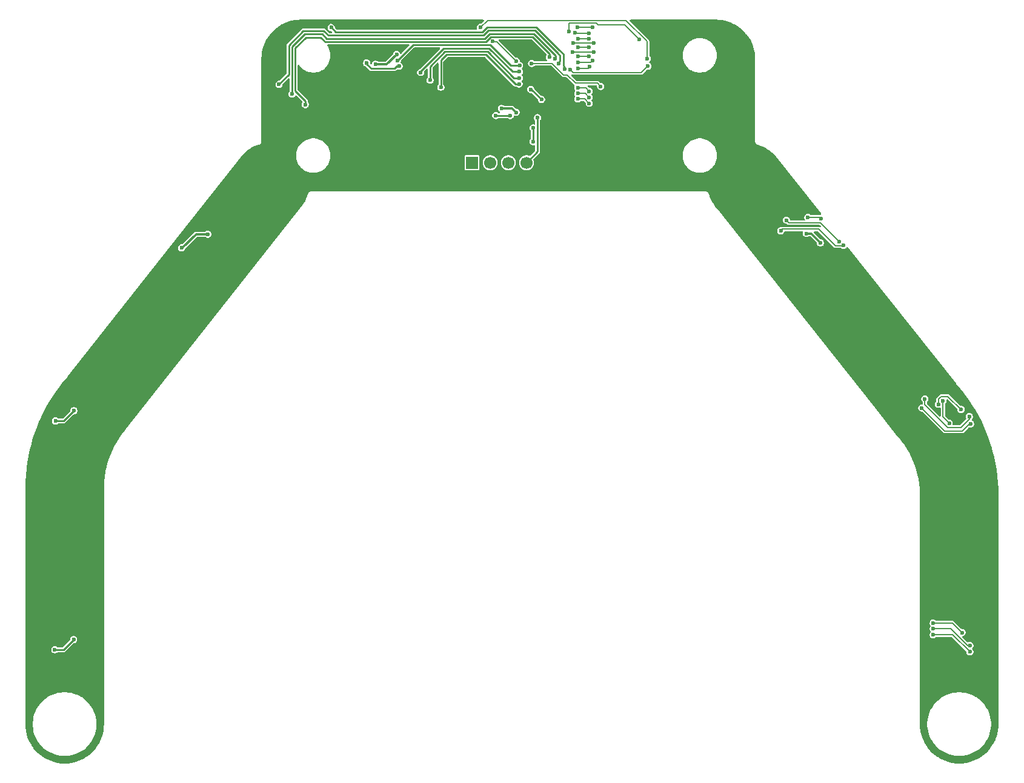
<source format=gbr>
%TF.GenerationSoftware,KiCad,Pcbnew,9.0.1*%
%TF.CreationDate,2025-05-06T09:20:45+02:00*%
%TF.ProjectId,lijnsensor V2 met IO_expander,6c696a6e-7365-46e7-936f-72205632206d,rev?*%
%TF.SameCoordinates,Original*%
%TF.FileFunction,Copper,L2,Bot*%
%TF.FilePolarity,Positive*%
%FSLAX46Y46*%
G04 Gerber Fmt 4.6, Leading zero omitted, Abs format (unit mm)*
G04 Created by KiCad (PCBNEW 9.0.1) date 2025-05-06 09:20:45*
%MOMM*%
%LPD*%
G01*
G04 APERTURE LIST*
%TA.AperFunction,ComponentPad*%
%ADD10R,1.700000X1.700000*%
%TD*%
%TA.AperFunction,ComponentPad*%
%ADD11C,1.700000*%
%TD*%
%TA.AperFunction,ViaPad*%
%ADD12C,0.600000*%
%TD*%
%TA.AperFunction,ViaPad*%
%ADD13C,0.500000*%
%TD*%
%TA.AperFunction,Conductor*%
%ADD14C,0.300000*%
%TD*%
%TA.AperFunction,Conductor*%
%ADD15C,0.250000*%
%TD*%
%TA.AperFunction,Conductor*%
%ADD16C,0.200000*%
%TD*%
G04 APERTURE END LIST*
D10*
%TO.P,J2,1,Pin_1*%
%TO.N,+3.3V*%
X112920000Y-71500000D03*
D11*
%TO.P,J2,2,Pin_2*%
%TO.N,Net-(J2-Pin_2)*%
X115460000Y-71500000D03*
%TO.P,J2,3,Pin_3*%
%TO.N,Net-(J2-Pin_3)*%
X118000000Y-71500000D03*
%TO.P,J2,4,Pin_4*%
%TO.N,/~{INT}*%
X120540000Y-71500000D03*
%TO.P,J2,5,Pin_5*%
%TO.N,GND*%
X123080000Y-71500000D03*
%TD*%
D12*
%TO.N,Net-(U2-SC4)*%
X99437500Y-57737500D03*
X102387674Y-56365221D03*
%TO.N,Net-(U10-SCL)*%
X57288000Y-106174980D03*
X54725000Y-107600000D03*
%TO.N,GND*%
X99000000Y-72000000D03*
X137000000Y-71000000D03*
X165000000Y-85000000D03*
X52000000Y-114000000D03*
X95000000Y-70000000D03*
X181600000Y-110000000D03*
X60000000Y-124000000D03*
X143000000Y-53000000D03*
X68000000Y-92000000D03*
X134000000Y-69000000D03*
X103000000Y-66000000D03*
X109000000Y-74000000D03*
X54000000Y-128000000D03*
X71000000Y-97000000D03*
X62000000Y-98000000D03*
X153000000Y-80000000D03*
X146000000Y-75000000D03*
X132000000Y-69000000D03*
X94000000Y-64000000D03*
X165000000Y-98000000D03*
X131000000Y-66000000D03*
X106000000Y-74000000D03*
X93000000Y-58000000D03*
X182000000Y-120000000D03*
X170000000Y-93000000D03*
X55000000Y-118000000D03*
X51000000Y-130000000D03*
X158000000Y-89000000D03*
X180000000Y-119000000D03*
X182000000Y-128000000D03*
X52000000Y-138000000D03*
X183000000Y-124000000D03*
X70000000Y-88000000D03*
X142000000Y-57000000D03*
X176000000Y-138000000D03*
X131000000Y-74000000D03*
X178000000Y-101000000D03*
X106000000Y-69000000D03*
X185000000Y-142000000D03*
X89000000Y-77000000D03*
X163000000Y-84900000D03*
X54000000Y-131000000D03*
D13*
X122000000Y-59500000D03*
D12*
X110000000Y-72000000D03*
X177000000Y-140000000D03*
X148000000Y-75000000D03*
X69000000Y-101000000D03*
X180000000Y-116000000D03*
X180000000Y-115000000D03*
X62000000Y-97000000D03*
X185000000Y-120000000D03*
X51000000Y-147000000D03*
X60000000Y-136000000D03*
X102500000Y-58800000D03*
X168000000Y-88000000D03*
X146000000Y-62000000D03*
X141000000Y-59000000D03*
X181000000Y-127000000D03*
X180992997Y-128959770D03*
X55000000Y-131000000D03*
X185000000Y-127000000D03*
X179992997Y-128959770D03*
X54000000Y-111000000D03*
X179000000Y-119000000D03*
X148000000Y-77000000D03*
X159000000Y-76000000D03*
X77000000Y-83000000D03*
X186000000Y-117000000D03*
X168000000Y-91000000D03*
X101000000Y-75000000D03*
X131000000Y-75000000D03*
X107000000Y-69000000D03*
X106000000Y-67000000D03*
X177000000Y-147000000D03*
X183000000Y-145000000D03*
X125000000Y-74000000D03*
X64000000Y-95000000D03*
X51000000Y-128000000D03*
X183000000Y-111000000D03*
X56000000Y-130000000D03*
X138000000Y-69000000D03*
X55000000Y-130000000D03*
X54000000Y-121000000D03*
X151000000Y-61000000D03*
X123000000Y-70000000D03*
X107000000Y-66000000D03*
X71000000Y-87000000D03*
X51000000Y-141000000D03*
X93000000Y-66000000D03*
X131000000Y-70000000D03*
X69000000Y-91000000D03*
X186000000Y-133000000D03*
X51987459Y-126930891D03*
X113000000Y-66000000D03*
X130000000Y-70000000D03*
X98000000Y-68000000D03*
X186000000Y-142000000D03*
X61000000Y-148000000D03*
X185000000Y-118000000D03*
X84000000Y-81000000D03*
X63000000Y-96000000D03*
X148000000Y-76000000D03*
X135000000Y-75000000D03*
X111000000Y-72000000D03*
X185000000Y-137000000D03*
X106000000Y-75000000D03*
X116700000Y-69900000D03*
X55000000Y-113000000D03*
X170000000Y-103000000D03*
X71000000Y-90000000D03*
X156000000Y-87000000D03*
X185000000Y-113000000D03*
X74000000Y-95000000D03*
X103999291Y-74991098D03*
D13*
X123000000Y-60600000D03*
D12*
X110000000Y-63000000D03*
X52000000Y-147000000D03*
X139000000Y-59000000D03*
X116000000Y-62000000D03*
X166000000Y-89000000D03*
X57300000Y-109800000D03*
X136000000Y-73000000D03*
X98000000Y-69000000D03*
X119000000Y-74000000D03*
X54998535Y-124904072D03*
X56000000Y-136000000D03*
X128000000Y-68000000D03*
X99000000Y-73000000D03*
X173000000Y-95000000D03*
X182200000Y-109900000D03*
X139000000Y-62000000D03*
X66000000Y-94000000D03*
X164000000Y-95000000D03*
X89000000Y-75000000D03*
X176000000Y-142000000D03*
X137500000Y-58800000D03*
X178000000Y-142000000D03*
X52000000Y-145000000D03*
X107000000Y-67000000D03*
X184000000Y-135000000D03*
X64000000Y-94000000D03*
X174000000Y-97000000D03*
X103999291Y-68991098D03*
X128000000Y-70000000D03*
X186000000Y-119000000D03*
X66000000Y-92000000D03*
X65000000Y-94000000D03*
X186000000Y-121000000D03*
X55998535Y-122976932D03*
X141000000Y-72000000D03*
X180000000Y-155000000D03*
X152000000Y-80000000D03*
X186000000Y-137000000D03*
X61000000Y-112000000D03*
X51000000Y-136000000D03*
X144000000Y-61000000D03*
X100000000Y-65000000D03*
X130000000Y-75000000D03*
X54000000Y-114000000D03*
X140000000Y-60000000D03*
X184000000Y-128000000D03*
X61000000Y-114000000D03*
X183000000Y-126000000D03*
X100000000Y-72000000D03*
X60000000Y-135000000D03*
X147000000Y-76000000D03*
X56000000Y-155000000D03*
X144000000Y-75000000D03*
X166000000Y-99000000D03*
X140000000Y-55000000D03*
X101000000Y-74000000D03*
X95000000Y-74000000D03*
X61000000Y-135000000D03*
X119000000Y-75000000D03*
X178000000Y-154000000D03*
X110000000Y-70000000D03*
X150000000Y-79000000D03*
X106000000Y-72000000D03*
X110000000Y-61000000D03*
X146000000Y-74000000D03*
X60000000Y-137000000D03*
X150000000Y-63000000D03*
X146000000Y-59000000D03*
X177000000Y-99000000D03*
X63000000Y-97000000D03*
X95000000Y-67000000D03*
X147000000Y-61000000D03*
X138000000Y-72000000D03*
X150000000Y-53000000D03*
X56000000Y-120000000D03*
X121000000Y-73000000D03*
X110000000Y-66000000D03*
X71000000Y-89000000D03*
X96000000Y-74000000D03*
X149000000Y-58000000D03*
X152000000Y-57000000D03*
X184000000Y-141000000D03*
X106000000Y-64000000D03*
X183000000Y-132000000D03*
X181000000Y-155000000D03*
X136000000Y-69000000D03*
X63000000Y-110000000D03*
X55000000Y-133000000D03*
X56000000Y-113000000D03*
X50987459Y-126930891D03*
X180000000Y-127000000D03*
X98000000Y-56000000D03*
X184000000Y-127000000D03*
X61000000Y-151000000D03*
X174000000Y-106000000D03*
X86000000Y-77000000D03*
X150000000Y-58000000D03*
X183000000Y-119000000D03*
X108000000Y-69000000D03*
X150000000Y-54000000D03*
X185000000Y-136000000D03*
X186000000Y-135000000D03*
X75000000Y-86000000D03*
X184000000Y-121000000D03*
X59000000Y-109000000D03*
X180000000Y-130000000D03*
X101000000Y-68000000D03*
X55000000Y-120000000D03*
X126000000Y-73000000D03*
D13*
X123900000Y-59500000D03*
D12*
X180000000Y-131000000D03*
X163000000Y-86000000D03*
X179000000Y-114000000D03*
X133000000Y-72000000D03*
X184000000Y-123000000D03*
X75500000Y-83800000D03*
X56000000Y-121000000D03*
X50987459Y-129013088D03*
X154000000Y-81000000D03*
X180000000Y-122000000D03*
X183992997Y-128959770D03*
X184000000Y-114000000D03*
X135000000Y-73000000D03*
X52000000Y-153000000D03*
X118000000Y-74000000D03*
X56000000Y-141900000D03*
X103000000Y-69000000D03*
X72000000Y-88000000D03*
X132000000Y-67000000D03*
X128000000Y-72000000D03*
X154000000Y-83000000D03*
X100000000Y-66000000D03*
X70000000Y-90000000D03*
X142000000Y-56000000D03*
X58000000Y-143000000D03*
X169000000Y-102000000D03*
X58000000Y-103000000D03*
X59000000Y-108000000D03*
X53000000Y-137000000D03*
X55000000Y-155000000D03*
X183992997Y-124972585D03*
X52000000Y-131000000D03*
X67000000Y-103000000D03*
X60000000Y-130000000D03*
X184000000Y-140000000D03*
X102000000Y-74000000D03*
X166000000Y-101000000D03*
X141000000Y-54000000D03*
X54000000Y-124000000D03*
X107000000Y-64000000D03*
X163000000Y-96000000D03*
X114000000Y-74000000D03*
X180000000Y-111000000D03*
X185000000Y-134000000D03*
X162000000Y-95000000D03*
X128000000Y-71000000D03*
X51998535Y-122976932D03*
X164000000Y-96000000D03*
X57000000Y-144000000D03*
X117200000Y-70200000D03*
X60000000Y-147000000D03*
X129000000Y-65000000D03*
X182992997Y-128959770D03*
X51000000Y-140000000D03*
X140000000Y-71000000D03*
X107000000Y-70000000D03*
X131000000Y-68000000D03*
X88000000Y-76000000D03*
X54000000Y-119000000D03*
X180000000Y-142000000D03*
X110000000Y-73000000D03*
X60000000Y-117000000D03*
X53000000Y-146000000D03*
X51000000Y-122000000D03*
X183000000Y-130000000D03*
X147000000Y-55000000D03*
X162000000Y-85000000D03*
X65000000Y-95000000D03*
X59000000Y-144000000D03*
X170000000Y-91000000D03*
X151000000Y-82000000D03*
X100000000Y-75000000D03*
D13*
X113000000Y-58400000D03*
D12*
X143000000Y-54000000D03*
X181000000Y-133000000D03*
X146000000Y-61000000D03*
X51998535Y-125967321D03*
X105000000Y-69000000D03*
X175000000Y-113000000D03*
X105000000Y-66000000D03*
X185000000Y-132000000D03*
X136000000Y-70000000D03*
X113000000Y-67000000D03*
X165000000Y-87000000D03*
X67000000Y-102000000D03*
X71000000Y-98000000D03*
X111000000Y-63000000D03*
X142000000Y-55000000D03*
X150000000Y-77000000D03*
X138000000Y-61000000D03*
X54000000Y-120000000D03*
X140000000Y-73000000D03*
X112000000Y-70000000D03*
X147000000Y-59000000D03*
X128000000Y-74000000D03*
X164500000Y-84500000D03*
X139000000Y-58000000D03*
X181000000Y-126000000D03*
X181000000Y-113000000D03*
X86000000Y-76000000D03*
X65000000Y-93000000D03*
X151000000Y-78000000D03*
X157000000Y-74000000D03*
X169000000Y-92000000D03*
X153000000Y-70000000D03*
X65000000Y-107000000D03*
X137000000Y-53000000D03*
X136000000Y-61000000D03*
X54998535Y-125967321D03*
X51000000Y-124000000D03*
X138000000Y-53000000D03*
X51000000Y-144000000D03*
X56000000Y-135000000D03*
X119000000Y-73000000D03*
X60000000Y-140000000D03*
X54998535Y-115002561D03*
X59000000Y-101000000D03*
X134000000Y-73000000D03*
X123000000Y-75000000D03*
X108000000Y-74000000D03*
X147000000Y-52000000D03*
X132000000Y-73000000D03*
X109000000Y-75000000D03*
X84000000Y-78000000D03*
X141000000Y-57000000D03*
X148000000Y-61000000D03*
X130000000Y-67000000D03*
X51000000Y-149000000D03*
X114000000Y-66000000D03*
X162000000Y-93000000D03*
X117000000Y-74000000D03*
X149000000Y-62000000D03*
X60000000Y-128000000D03*
X60000000Y-132000000D03*
X157000000Y-88000000D03*
X107000000Y-75000000D03*
X127000000Y-75000000D03*
X174000000Y-110000000D03*
X125000000Y-62000000D03*
X182500000Y-109400000D03*
X148000000Y-57000000D03*
X106000000Y-65000000D03*
X94000000Y-56000000D03*
X137000000Y-69000000D03*
X61000000Y-113000000D03*
X129000000Y-67000000D03*
X52000000Y-132000000D03*
X129000000Y-72000000D03*
X60000000Y-101000000D03*
X56000000Y-112000000D03*
X184000000Y-113000000D03*
X179000000Y-110000000D03*
X97000000Y-64000000D03*
X145000000Y-61000000D03*
X91000000Y-64000000D03*
X174000000Y-105000000D03*
X172000000Y-103000000D03*
X171000000Y-107000000D03*
X77000000Y-92000000D03*
X60000000Y-118000000D03*
X183000000Y-143000000D03*
X66000000Y-93000000D03*
X103999291Y-65991098D03*
X186000000Y-124000000D03*
X51000000Y-138000000D03*
X101000000Y-72000000D03*
X124000000Y-64000000D03*
X150000000Y-59000000D03*
X149000000Y-57000000D03*
X183000000Y-118000000D03*
X96000000Y-66000000D03*
X108000000Y-64000000D03*
X183000000Y-141000000D03*
X72000000Y-89000000D03*
X98000000Y-75000000D03*
X61000000Y-137000000D03*
X98000000Y-66000000D03*
X112000000Y-68000000D03*
X95000000Y-71000000D03*
X61000000Y-128000000D03*
X51000000Y-121000000D03*
X184000000Y-143000000D03*
X51000000Y-135000000D03*
X54000000Y-145000000D03*
X186000000Y-140000000D03*
X152000000Y-56000000D03*
X160000000Y-93000000D03*
X103000000Y-65000000D03*
X152000000Y-83000000D03*
X61000000Y-147000000D03*
X179000000Y-128000000D03*
X138000000Y-70000000D03*
X140000000Y-56000000D03*
X138000000Y-54000000D03*
X75000000Y-94000000D03*
X95000000Y-66000000D03*
X52000000Y-140000000D03*
X56000000Y-132000000D03*
X77000000Y-84000000D03*
X138000000Y-60000000D03*
X52000000Y-135000000D03*
X112000000Y-66000000D03*
X50998535Y-122976932D03*
X174000000Y-107000000D03*
X116700000Y-70500000D03*
X136600000Y-60000000D03*
X66000000Y-104000000D03*
X87000000Y-79000000D03*
X125000000Y-64000000D03*
X186000000Y-116000000D03*
X111000000Y-73000000D03*
X105000000Y-72000000D03*
X54000000Y-133000000D03*
X99000000Y-71000000D03*
X169000000Y-103000000D03*
X55987459Y-129013088D03*
X141000000Y-60000000D03*
X148000000Y-63000000D03*
X139000000Y-53000000D03*
X70000000Y-99000000D03*
X171000000Y-106000000D03*
X103999291Y-64991098D03*
X51000000Y-142000000D03*
X145000000Y-74000000D03*
X55000000Y-121000000D03*
X51998535Y-115002561D03*
X141000000Y-70000000D03*
X148000000Y-58000000D03*
X57500000Y-109200000D03*
X99000000Y-68000000D03*
X133000000Y-70000000D03*
X102000000Y-72000000D03*
X59000000Y-145000000D03*
X129000000Y-70000000D03*
X183000000Y-120000000D03*
X97000000Y-70000000D03*
X85000000Y-78000000D03*
X147000000Y-62000000D03*
X183000000Y-115000000D03*
X59000000Y-154000000D03*
X118000000Y-61000000D03*
X55000000Y-135000000D03*
X168000000Y-90000000D03*
X55000000Y-142000000D03*
X96000000Y-70000000D03*
X88000000Y-72000000D03*
X126000000Y-70000000D03*
X176000000Y-98000000D03*
X70000000Y-89000000D03*
X149000000Y-53000000D03*
X99000000Y-69000000D03*
X132000000Y-68000000D03*
X88000000Y-78000000D03*
X165000000Y-88000000D03*
D13*
X113000000Y-60600000D03*
D12*
X111000000Y-65000000D03*
X61000000Y-131000000D03*
X155000000Y-83000000D03*
X54000000Y-117000000D03*
X54998535Y-122976932D03*
X94000000Y-75000000D03*
X130000000Y-65000000D03*
X185000000Y-123000000D03*
X60000000Y-144000000D03*
X183000000Y-122000000D03*
X114000000Y-75000000D03*
X171000000Y-94000000D03*
X97000000Y-68000000D03*
X60987459Y-126930891D03*
X52000000Y-144000000D03*
X180000000Y-113000000D03*
X180000000Y-128000000D03*
X79000000Y-89000000D03*
X120000000Y-62000000D03*
X171000000Y-104000000D03*
X103999291Y-69991098D03*
X186000000Y-127000000D03*
X135000000Y-60000000D03*
X66000000Y-95000000D03*
X68000000Y-93000000D03*
X123000000Y-74000000D03*
X115999291Y-74991098D03*
X105000000Y-73000000D03*
X127000000Y-70000000D03*
X100000000Y-70000000D03*
X62000000Y-112000000D03*
X181992997Y-111981005D03*
X119000000Y-70000000D03*
X129000000Y-74000000D03*
X182500000Y-108800000D03*
X180000000Y-117000000D03*
X177000000Y-100000000D03*
X70000000Y-100000000D03*
X177996522Y-146071121D03*
X95000000Y-58000000D03*
X176000000Y-148000000D03*
X126000000Y-63000000D03*
X168000000Y-103000000D03*
X54000000Y-130000000D03*
X185000000Y-139000000D03*
X113000000Y-74000000D03*
X103000000Y-70000000D03*
X155000000Y-86000000D03*
X170000000Y-106000000D03*
X52000000Y-122000000D03*
X173000000Y-96000000D03*
X176000000Y-147000000D03*
X51000000Y-117000000D03*
X167000000Y-99000000D03*
X61000000Y-149000000D03*
X159000000Y-92000000D03*
X181000000Y-119000000D03*
X86000000Y-54000000D03*
X175000000Y-111000000D03*
X137200000Y-59900000D03*
X51000000Y-139000000D03*
X112000000Y-65000000D03*
X135000000Y-72000000D03*
D13*
X113000000Y-59500000D03*
D12*
X115000000Y-73000000D03*
X85000000Y-54000000D03*
X105000000Y-70000000D03*
X87000000Y-75000000D03*
X179000000Y-117000000D03*
X140000000Y-54000000D03*
X142000000Y-62000000D03*
X179000000Y-124000000D03*
X153000000Y-84000000D03*
X172000000Y-108000000D03*
X151000000Y-65000000D03*
X149000000Y-79000000D03*
X102000000Y-69000000D03*
X60000000Y-119000000D03*
X179000000Y-143000000D03*
X179000000Y-101000000D03*
X98000000Y-70000000D03*
X101000000Y-66000000D03*
X135000000Y-70000000D03*
X108000000Y-63000000D03*
X166000000Y-85000000D03*
X60998535Y-115002561D03*
X184000000Y-118000000D03*
X120000000Y-70000000D03*
X169000000Y-90000000D03*
X54000000Y-142000000D03*
X129000000Y-71000000D03*
X60000000Y-139000000D03*
X105000000Y-71000000D03*
X182000000Y-143000000D03*
X129000000Y-73000000D03*
X141000000Y-61000000D03*
X96000000Y-68000000D03*
X145000000Y-60000000D03*
X56000000Y-119000000D03*
X94000000Y-57000000D03*
X104000000Y-58000000D03*
X60998535Y-125967321D03*
X51987459Y-129013088D03*
X134000000Y-71000000D03*
X97000000Y-66000000D03*
X125000000Y-72000000D03*
X61000000Y-141000000D03*
X55000000Y-128000000D03*
X185992997Y-124972585D03*
X67000000Y-94000000D03*
X60000000Y-134000000D03*
X51000000Y-114000000D03*
X89000000Y-76000000D03*
X182000000Y-133000000D03*
X148000000Y-62000000D03*
X170000000Y-102000000D03*
X103999291Y-70991098D03*
X180992997Y-111981005D03*
X151000000Y-63000000D03*
X186000000Y-148000000D03*
X129000000Y-69000000D03*
X148000000Y-60000000D03*
X87000000Y-78000000D03*
X125000000Y-70000000D03*
X64000000Y-104000000D03*
X163000000Y-94000000D03*
X185000000Y-135000000D03*
X151000000Y-80000000D03*
X88000000Y-52000000D03*
X61000000Y-118000000D03*
X53000000Y-143000000D03*
X61000000Y-100000000D03*
X52000000Y-119000000D03*
X84000000Y-82000000D03*
X64000000Y-106000000D03*
X183000000Y-110000000D03*
X130000000Y-68000000D03*
X103000000Y-75000000D03*
X60000000Y-131000000D03*
X179000000Y-134000000D03*
X184000000Y-110000000D03*
X181992997Y-128959770D03*
X151000000Y-81000000D03*
X76000000Y-93000000D03*
X95000000Y-65000000D03*
X52000000Y-136000000D03*
X184000000Y-117000000D03*
X55000000Y-111000000D03*
X183000000Y-138000000D03*
X104000000Y-57000000D03*
X169000000Y-89000000D03*
X134000000Y-74000000D03*
X55000000Y-116000000D03*
X136000000Y-74000000D03*
X97000000Y-71000000D03*
X140000000Y-62000000D03*
X185000000Y-111000000D03*
X99000000Y-65000000D03*
X185000000Y-121000000D03*
X53000000Y-154000000D03*
X137500000Y-59400000D03*
X183000000Y-127000000D03*
X129000000Y-75000000D03*
X185996522Y-146071121D03*
X99000000Y-70000000D03*
X134000000Y-72000000D03*
X150000000Y-64000000D03*
X157000000Y-89000000D03*
X126000000Y-65000000D03*
X85000000Y-81000000D03*
X94000000Y-65000000D03*
X150000000Y-55000000D03*
X110000000Y-71000000D03*
X54000000Y-116000000D03*
X186000000Y-130000000D03*
X181000000Y-120000000D03*
X165000000Y-97000000D03*
X168000000Y-89000000D03*
X53998535Y-115002561D03*
X180000000Y-145000000D03*
X110000000Y-74000000D03*
X177000000Y-153000000D03*
X60000000Y-99000000D03*
X179000000Y-113000000D03*
X150000000Y-65000000D03*
X72000000Y-98000000D03*
X156000000Y-72000000D03*
X184996522Y-146071121D03*
X182000000Y-145000000D03*
X70000000Y-86000000D03*
X142000000Y-53000000D03*
X127000000Y-68000000D03*
X93000000Y-65000000D03*
X51000000Y-133000000D03*
X178992997Y-111981005D03*
X184000000Y-124000000D03*
X167000000Y-102000000D03*
X159000000Y-91000000D03*
X126000000Y-75000000D03*
X138000000Y-62000000D03*
X128000000Y-69000000D03*
X78000000Y-80000000D03*
X52000000Y-134000000D03*
X64000000Y-96000000D03*
X171000000Y-92000000D03*
X56100000Y-109900000D03*
X56000000Y-122000000D03*
X160000000Y-92000000D03*
X54000000Y-134000000D03*
X91000000Y-65000000D03*
X51998535Y-124904072D03*
X139000000Y-72000000D03*
X183000000Y-137000000D03*
X53987459Y-126930891D03*
X58000000Y-144000000D03*
X171000000Y-103000000D03*
X182400000Y-141300000D03*
X184000000Y-115000000D03*
X184000000Y-109000000D03*
X144000000Y-53000000D03*
X140000000Y-53000000D03*
X86000000Y-79000000D03*
X61000000Y-119000000D03*
X183000000Y-134000000D03*
X78000000Y-90000000D03*
X54000000Y-132000000D03*
X179000000Y-120000000D03*
X96000000Y-72000000D03*
X100000000Y-69000000D03*
X61000000Y-139000000D03*
X59987459Y-126930891D03*
X182000000Y-118000000D03*
X55000000Y-122000000D03*
X138000000Y-75000000D03*
X180500000Y-110000000D03*
X139000000Y-60000000D03*
X61000000Y-130000000D03*
X96000000Y-64000000D03*
X155000000Y-84000000D03*
X60000000Y-108000000D03*
X57500000Y-141300000D03*
X69000000Y-88000000D03*
X103999291Y-66991098D03*
X56000000Y-144000000D03*
X103000000Y-68000000D03*
X167000000Y-101000000D03*
X151000000Y-56000000D03*
X73000000Y-96000000D03*
X155000000Y-87000000D03*
X127000000Y-64000000D03*
X161000000Y-94000000D03*
X109000000Y-70000000D03*
X111000000Y-75000000D03*
X52000000Y-120000000D03*
X180000000Y-132000000D03*
X181000000Y-124000000D03*
X184000000Y-145000000D03*
X164500000Y-83900000D03*
X162000000Y-96000000D03*
X183992997Y-111981005D03*
X56000000Y-111000000D03*
X184000000Y-138000000D03*
X67000000Y-90000000D03*
X149000000Y-61000000D03*
X175000000Y-110000000D03*
X181000000Y-134000000D03*
X121000000Y-74000000D03*
X53987459Y-129013088D03*
X169000000Y-91000000D03*
X183000000Y-142000000D03*
X78000000Y-82000000D03*
X67000000Y-91000000D03*
X68000000Y-89000000D03*
X55000000Y-143000000D03*
X60000000Y-142000000D03*
X112000000Y-73000000D03*
X52000000Y-141000000D03*
X69000000Y-102000000D03*
X186000000Y-143000000D03*
X102000000Y-67000000D03*
X180992997Y-124972585D03*
X125000000Y-69000000D03*
X110000000Y-69000000D03*
X68000000Y-90000000D03*
X61000000Y-121000000D03*
X53998535Y-125967321D03*
X178000000Y-145000000D03*
X113000000Y-70000000D03*
X185000000Y-124000000D03*
X62000000Y-111000000D03*
X131000000Y-67000000D03*
X185000000Y-153000000D03*
X134000000Y-75000000D03*
X180000000Y-135000000D03*
X182000000Y-119000000D03*
X145000000Y-62000000D03*
X119000000Y-62000000D03*
X139000000Y-55000000D03*
X138000000Y-55000000D03*
X185000000Y-141000000D03*
X117000000Y-61000000D03*
X60000000Y-153000000D03*
X78000000Y-79000000D03*
X60000000Y-133000000D03*
X54000000Y-110000000D03*
X131000000Y-71000000D03*
X73000000Y-86000000D03*
X178992997Y-124972585D03*
X107000000Y-73000000D03*
X170000000Y-92000000D03*
X186000000Y-149000000D03*
X97000000Y-72000000D03*
X71000000Y-86000000D03*
X95000000Y-57000000D03*
X137000000Y-62000000D03*
X185000000Y-140000000D03*
X139000000Y-73000000D03*
X154000000Y-85000000D03*
X178000000Y-144000000D03*
X96000000Y-57000000D03*
X51000000Y-137000000D03*
X74600000Y-85000000D03*
X50998535Y-125967321D03*
X130000000Y-73000000D03*
X108000000Y-68000000D03*
X84000000Y-80000000D03*
X53000000Y-144000000D03*
X182000000Y-116000000D03*
X58000000Y-142000000D03*
X184992997Y-111981005D03*
X181000000Y-121000000D03*
X61000000Y-150000000D03*
X167000000Y-100000000D03*
X183000000Y-123000000D03*
X90000000Y-75000000D03*
X127000000Y-72000000D03*
X56000000Y-124000000D03*
X118000000Y-75000000D03*
X139000000Y-75000000D03*
X137000000Y-75000000D03*
X93000000Y-75000000D03*
X179000000Y-130000000D03*
X80000000Y-88000000D03*
X181600000Y-142000000D03*
X97000000Y-75000000D03*
X186000000Y-134000000D03*
X179000000Y-131000000D03*
X128000000Y-67000000D03*
X166000000Y-98000000D03*
X137000000Y-72000000D03*
X102000000Y-65000000D03*
X67000000Y-92000000D03*
X182000000Y-124000000D03*
X52000000Y-128000000D03*
X167000000Y-86000000D03*
X61000000Y-124000000D03*
X182000000Y-132000000D03*
X141000000Y-71000000D03*
X183000000Y-117000000D03*
X57000000Y-103000000D03*
X108000000Y-65000000D03*
X61000000Y-132000000D03*
X101000000Y-70000000D03*
X183000000Y-144000000D03*
X162000000Y-94000000D03*
X149000000Y-77000000D03*
X94000000Y-73000000D03*
X100000000Y-67000000D03*
X60000000Y-100000000D03*
X107000000Y-65000000D03*
X186000000Y-115000000D03*
X74000000Y-84900000D03*
X95000000Y-73000000D03*
X182992997Y-111981005D03*
X66000000Y-105000000D03*
X110000000Y-62000000D03*
X97000000Y-58000000D03*
X141000000Y-55000000D03*
X109000000Y-69000000D03*
X55998535Y-125967321D03*
X98000000Y-72000000D03*
X60000000Y-106000000D03*
X180000000Y-126000000D03*
X105000000Y-75000000D03*
X50998535Y-124904072D03*
X113000000Y-68000000D03*
X166000000Y-97000000D03*
X62000000Y-99000000D03*
X185000000Y-116000000D03*
X185000000Y-128000000D03*
X127000000Y-67000000D03*
X67000000Y-104000000D03*
X117000000Y-62000000D03*
X163000000Y-95000000D03*
X181000000Y-114000000D03*
X122000000Y-74000000D03*
X52000000Y-116000000D03*
X160000000Y-91000000D03*
X101000000Y-69000000D03*
X180000000Y-134000000D03*
X55998535Y-124904072D03*
X185992997Y-128959770D03*
X169000000Y-100000000D03*
X132000000Y-70000000D03*
X184000000Y-134000000D03*
X86000000Y-58000000D03*
X115999291Y-73991098D03*
X176000000Y-143000000D03*
X96000000Y-65000000D03*
X126000000Y-74000000D03*
X180000000Y-120000000D03*
X61000000Y-140000000D03*
X164000000Y-87000000D03*
X59000000Y-140000000D03*
X71000000Y-100000000D03*
X99000000Y-74000000D03*
X172000000Y-106000000D03*
X141000000Y-73000000D03*
X86000000Y-81000000D03*
X181000000Y-128000000D03*
X182000000Y-115000000D03*
X175996522Y-146071121D03*
X143000000Y-60000000D03*
X171000000Y-93000000D03*
X170000000Y-104000000D03*
X184000000Y-131000000D03*
X55000000Y-134000000D03*
X185000000Y-115000000D03*
X101000000Y-73000000D03*
X109000000Y-72000000D03*
X161000000Y-93000000D03*
X55000000Y-114000000D03*
X102000000Y-75000000D03*
X98000000Y-71000000D03*
X128000000Y-75000000D03*
D13*
X114000000Y-59500000D03*
D12*
X176000000Y-99000000D03*
X173000000Y-109000000D03*
X141000000Y-75000000D03*
X179000000Y-127000000D03*
X109000000Y-67000000D03*
X56000000Y-118000000D03*
X74000000Y-96000000D03*
X60000000Y-146000000D03*
X184000000Y-120000000D03*
X107000000Y-72000000D03*
X182000000Y-123000000D03*
X184000000Y-126000000D03*
X95000000Y-64000000D03*
X181000000Y-145000000D03*
X147000000Y-75000000D03*
X180000000Y-143000000D03*
X71000000Y-88000000D03*
X92000000Y-65000000D03*
X56000000Y-131000000D03*
X71000000Y-99000000D03*
X127000000Y-71000000D03*
X70000000Y-91000000D03*
X88000000Y-75000000D03*
X161000000Y-92000000D03*
X97000000Y-74000000D03*
X112000000Y-75000000D03*
X61000000Y-134000000D03*
X158000000Y-90000000D03*
X52000000Y-130000000D03*
X140000000Y-57000000D03*
X133000000Y-69000000D03*
X102000000Y-66000000D03*
X100000000Y-74000000D03*
X56000000Y-133000000D03*
X186000000Y-120000000D03*
X167000000Y-88000000D03*
X181000000Y-122000000D03*
X95000000Y-56000000D03*
X175000000Y-96000000D03*
X64000000Y-97000000D03*
X139000000Y-54000000D03*
X149000000Y-64000000D03*
X147000000Y-60000000D03*
X108000000Y-70000000D03*
X128000000Y-73000000D03*
X174000000Y-109000000D03*
X151000000Y-55000000D03*
X133000000Y-74000000D03*
X68000000Y-101000000D03*
X51000000Y-132000000D03*
X51000000Y-119000000D03*
X74000000Y-87000000D03*
X51000000Y-116000000D03*
X181000000Y-104000000D03*
X181000000Y-118000000D03*
X136000000Y-72000000D03*
X179800000Y-140400000D03*
X55000000Y-119000000D03*
X180000000Y-124000000D03*
X102200000Y-60000000D03*
X148000000Y-59000000D03*
X154000000Y-86000000D03*
X179000000Y-126000000D03*
X94000000Y-68000000D03*
X66000000Y-106000000D03*
X183996522Y-146071121D03*
X121000000Y-75000000D03*
X88000000Y-77000000D03*
X82000000Y-86000000D03*
X60000000Y-114000000D03*
X156000000Y-88000000D03*
X98000000Y-74000000D03*
X186000000Y-118000000D03*
X139000000Y-69000000D03*
X50998535Y-115002561D03*
X101600000Y-60000000D03*
X177000000Y-142000000D03*
X184000000Y-122000000D03*
X176000000Y-149000000D03*
X51000000Y-151000000D03*
X144000000Y-74000000D03*
X108000000Y-71000000D03*
X186000000Y-131000000D03*
X103000000Y-67000000D03*
X69000000Y-90000000D03*
X76000000Y-92000000D03*
X77000000Y-91000000D03*
X69000000Y-100000000D03*
X130000000Y-72000000D03*
X142000000Y-73000000D03*
X57000000Y-143000000D03*
X61000000Y-144000000D03*
X178000000Y-143000000D03*
X52000000Y-124000000D03*
X150000000Y-60000000D03*
X94000000Y-66000000D03*
X153000000Y-81000000D03*
X107000000Y-68000000D03*
X133000000Y-73000000D03*
X182000000Y-144000000D03*
X151000000Y-54000000D03*
X168000000Y-101000000D03*
X181000000Y-141900000D03*
X52000000Y-139000000D03*
X182000000Y-126000000D03*
X51000000Y-131000000D03*
X174000000Y-96000000D03*
X184992997Y-128959770D03*
X176000000Y-139000000D03*
X154000000Y-84000000D03*
X164000000Y-97000000D03*
X109000000Y-65000000D03*
X60000000Y-141000000D03*
X102000000Y-68000000D03*
X111000000Y-62000000D03*
X180000000Y-144000000D03*
X61000000Y-142000000D03*
X150000000Y-80000000D03*
X111000000Y-70000000D03*
X115000000Y-75000000D03*
X109000000Y-62000000D03*
X116000000Y-63000000D03*
X93000000Y-64000000D03*
X116200000Y-69600000D03*
X135000000Y-71000000D03*
X116700000Y-69300000D03*
X179000000Y-102000000D03*
X95000000Y-72000000D03*
X185000000Y-145000000D03*
X170000000Y-105000000D03*
X149000000Y-76000000D03*
X154000000Y-82000000D03*
X142000000Y-59000000D03*
X151000000Y-59000000D03*
X72000000Y-97000000D03*
X73000000Y-95000000D03*
X183000000Y-131000000D03*
X56000000Y-145000000D03*
X102000000Y-71000000D03*
X185000000Y-144000000D03*
X85000000Y-82000000D03*
X95000000Y-75000000D03*
X174000000Y-95000000D03*
X138000000Y-56000000D03*
X165000000Y-86000000D03*
X175000000Y-107000000D03*
X55000000Y-112000000D03*
X59000000Y-141000000D03*
X148000000Y-52000000D03*
X70000000Y-101000000D03*
X176000000Y-150000000D03*
X175000000Y-97000000D03*
X173000000Y-107000000D03*
X56000000Y-114000000D03*
X186000000Y-144000000D03*
X146000000Y-54000000D03*
X179000000Y-115000000D03*
X59000000Y-142000000D03*
X184000000Y-133000000D03*
X138000000Y-73000000D03*
X61000000Y-136000000D03*
X59000000Y-102000000D03*
X101000000Y-67000000D03*
X110000000Y-64000000D03*
X167000000Y-90000000D03*
X52000000Y-142000000D03*
X78000000Y-91000000D03*
X52000000Y-118000000D03*
X136000000Y-75000000D03*
X117000000Y-73000000D03*
X183000000Y-136000000D03*
X172000000Y-93000000D03*
X172000000Y-105000000D03*
X151000000Y-62000000D03*
X72000000Y-87000000D03*
X180000000Y-118000000D03*
X85000000Y-55000000D03*
X122000000Y-73000000D03*
X181000000Y-123000000D03*
X180000000Y-123000000D03*
X177000000Y-139000000D03*
X99000000Y-67000000D03*
X151000000Y-64000000D03*
X160000000Y-77000000D03*
X184000000Y-132000000D03*
X57000000Y-145000000D03*
X186000000Y-150000000D03*
X52000000Y-133000000D03*
X57200000Y-141900000D03*
X70000000Y-98000000D03*
X76000000Y-85000000D03*
X73000000Y-97000000D03*
D13*
X112000000Y-59500000D03*
D12*
X126000000Y-72000000D03*
X151000000Y-66000000D03*
X184992997Y-124972585D03*
X155000000Y-85000000D03*
X166000000Y-88000000D03*
X139000000Y-61000000D03*
X133000000Y-68000000D03*
X103000000Y-73000000D03*
X117000000Y-75000000D03*
X53000000Y-142000000D03*
X139000000Y-57000000D03*
X63000000Y-95000000D03*
X68000000Y-102000000D03*
X95000000Y-68000000D03*
X120000000Y-75000000D03*
X173000000Y-105000000D03*
X181000000Y-143000000D03*
X61000000Y-116000000D03*
X143000000Y-59000000D03*
X58000000Y-110000000D03*
X113000000Y-69000000D03*
X55000000Y-132000000D03*
X155000000Y-72000000D03*
X179992997Y-124972585D03*
X92000000Y-64000000D03*
X105000000Y-74000000D03*
X164000000Y-98000000D03*
X150000000Y-62000000D03*
X186000000Y-128000000D03*
X147000000Y-74000000D03*
X179000000Y-132000000D03*
X117200000Y-69600000D03*
X154000000Y-71000000D03*
X177000000Y-141000000D03*
X84000000Y-56000000D03*
X182000000Y-114000000D03*
X111000000Y-69000000D03*
X97000000Y-67000000D03*
X167000000Y-89000000D03*
X186000000Y-123000000D03*
X128000000Y-66000000D03*
X139000000Y-70000000D03*
X173000000Y-106000000D03*
X96000000Y-75000000D03*
X124000000Y-65000000D03*
X185000000Y-126000000D03*
X184000000Y-137000000D03*
X124000000Y-74000000D03*
X129000000Y-68000000D03*
X53998535Y-122976932D03*
X126000000Y-71000000D03*
X126000000Y-64000000D03*
X184000000Y-130000000D03*
X186000000Y-141000000D03*
X186000000Y-151000000D03*
X156000000Y-73000000D03*
X142000000Y-54000000D03*
X61000000Y-133000000D03*
X142000000Y-75000000D03*
X56600000Y-142000000D03*
X109000000Y-66000000D03*
X111000000Y-74000000D03*
X186000000Y-147000000D03*
X168000000Y-102000000D03*
X182200000Y-141900000D03*
X107000000Y-71000000D03*
X53000000Y-138000000D03*
X94000000Y-58000000D03*
X143000000Y-75000000D03*
X122000000Y-72000000D03*
X185000000Y-147000000D03*
X141000000Y-58000000D03*
X65000000Y-105000000D03*
X70000000Y-87000000D03*
X52000000Y-121000000D03*
X60000000Y-143000000D03*
X115000000Y-74000000D03*
X105000000Y-68000000D03*
X141000000Y-53000000D03*
X71000000Y-85000000D03*
X60000000Y-122000000D03*
X57000000Y-155000000D03*
X127000000Y-74000000D03*
X130000000Y-66000000D03*
X107000000Y-74000000D03*
X64000000Y-107000000D03*
X179000000Y-116000000D03*
X182000000Y-155000000D03*
X164200000Y-85000000D03*
X184000000Y-139000000D03*
X54000000Y-113000000D03*
X55000000Y-117000000D03*
X51000000Y-150000000D03*
X68000000Y-91000000D03*
X130000000Y-71000000D03*
X173000000Y-110000000D03*
X61000000Y-143000000D03*
X186000000Y-138000000D03*
X96000000Y-67000000D03*
X178000000Y-100000000D03*
X140000000Y-72000000D03*
X73000000Y-85000000D03*
X68000000Y-100000000D03*
X110000000Y-75000000D03*
X69000000Y-89000000D03*
X96000000Y-69000000D03*
X183000000Y-114000000D03*
X92000000Y-75000000D03*
X182992997Y-124972585D03*
X111000000Y-68000000D03*
X84000000Y-83000000D03*
X127000000Y-73000000D03*
X185000000Y-122000000D03*
X96000000Y-58000000D03*
X163000000Y-97000000D03*
X176996522Y-146071121D03*
X142000000Y-58000000D03*
X69000000Y-99000000D03*
X163600000Y-85000000D03*
X52000000Y-137000000D03*
X100000000Y-68000000D03*
X131000000Y-72000000D03*
X185000000Y-138000000D03*
X124000000Y-63000000D03*
X109000000Y-68000000D03*
X53000000Y-145000000D03*
X176000000Y-145000000D03*
X186000000Y-139000000D03*
X108000000Y-66000000D03*
X172000000Y-95000000D03*
X60000000Y-113000000D03*
X172000000Y-107000000D03*
X185000000Y-114000000D03*
X179992997Y-111981005D03*
X66000000Y-102000000D03*
X170000000Y-90000000D03*
X143000000Y-68000000D03*
X159000000Y-90000000D03*
X75500000Y-84400000D03*
X86000000Y-80000000D03*
X59998535Y-115002561D03*
X166000000Y-86000000D03*
D13*
X123000000Y-59500000D03*
D12*
X158000000Y-91000000D03*
X140000000Y-74000000D03*
X103999291Y-72991098D03*
X56000000Y-128000000D03*
X52000000Y-112000000D03*
X66000000Y-103000000D03*
X94000000Y-67000000D03*
X182000000Y-117000000D03*
X103999291Y-71991098D03*
X61000000Y-138000000D03*
X149000000Y-63000000D03*
X111000000Y-64000000D03*
X51000000Y-146000000D03*
X183000000Y-113000000D03*
X84000000Y-79000000D03*
X59000000Y-146000000D03*
X64000000Y-109000000D03*
X55998535Y-115002561D03*
X148000000Y-56000000D03*
X143000000Y-62000000D03*
X176000000Y-141000000D03*
X56000000Y-143000000D03*
X130000000Y-69000000D03*
X173000000Y-108000000D03*
X59987459Y-129013088D03*
X175000000Y-98000000D03*
X167000000Y-87000000D03*
X183000000Y-133000000D03*
X53000000Y-136000000D03*
X184000000Y-144000000D03*
X55000000Y-124000000D03*
X67000000Y-93000000D03*
X99000000Y-66000000D03*
X184000000Y-111000000D03*
X51000000Y-120000000D03*
X174000000Y-108000000D03*
X181000000Y-117000000D03*
X55000000Y-144000000D03*
X102000000Y-73000000D03*
X137000000Y-61000000D03*
X112000000Y-67000000D03*
X111000000Y-71000000D03*
X91000000Y-75000000D03*
X67000000Y-105000000D03*
X120000000Y-73000000D03*
X177000000Y-145000000D03*
X96000000Y-73000000D03*
X61000000Y-117000000D03*
X184000000Y-116000000D03*
X123000000Y-65000000D03*
X59998535Y-122976932D03*
X125000000Y-73000000D03*
X52000000Y-110000000D03*
X64000000Y-105000000D03*
X111000000Y-67000000D03*
X124000000Y-75000000D03*
X133000000Y-71000000D03*
X182000000Y-136000000D03*
X143000000Y-74000000D03*
X134000000Y-70000000D03*
X54987459Y-126930891D03*
X56000000Y-134000000D03*
X54000000Y-122000000D03*
X181992997Y-124972585D03*
X178992997Y-128959770D03*
X60000000Y-121000000D03*
X180000000Y-133000000D03*
X117000000Y-63000000D03*
X105000000Y-65000000D03*
X181000000Y-116000000D03*
X60998535Y-124904072D03*
X158000000Y-75000000D03*
X182000000Y-135000000D03*
X108000000Y-73000000D03*
X154000000Y-70000000D03*
X166000000Y-87000000D03*
X181000000Y-132000000D03*
X115999291Y-72991098D03*
X116200000Y-70200000D03*
X56000000Y-117000000D03*
X106000000Y-66000000D03*
X86000000Y-78000000D03*
X57000000Y-111000000D03*
X106000000Y-68000000D03*
X87000000Y-53000000D03*
X51000000Y-143000000D03*
X78000000Y-83000000D03*
X51000000Y-118000000D03*
X74000000Y-86000000D03*
X110000000Y-65000000D03*
X65000000Y-96000000D03*
X111000000Y-66000000D03*
X183000000Y-128000000D03*
X108000000Y-75000000D03*
X85000000Y-77000000D03*
X149000000Y-59000000D03*
X64000000Y-108000000D03*
X127000000Y-69000000D03*
X144000000Y-62000000D03*
X60000000Y-116000000D03*
X67000000Y-101000000D03*
X56000000Y-116000000D03*
X109000000Y-64000000D03*
X146000000Y-60000000D03*
X142000000Y-60000000D03*
X55000000Y-145000000D03*
X169000000Y-101000000D03*
X109000000Y-71000000D03*
X61000000Y-145000000D03*
X149000000Y-78000000D03*
X139000000Y-56000000D03*
X179000000Y-142000000D03*
X73000000Y-88000000D03*
X63000000Y-98000000D03*
X108000000Y-72000000D03*
X171000000Y-102000000D03*
X114000000Y-67000000D03*
X100500000Y-60000000D03*
X186000000Y-136000000D03*
X144000000Y-60000000D03*
X75200000Y-84900000D03*
X60000000Y-120000000D03*
X150000000Y-81000000D03*
X52000000Y-143000000D03*
X182000000Y-131000000D03*
X174000000Y-111000000D03*
X132000000Y-75000000D03*
X131000000Y-73000000D03*
X94000000Y-74000000D03*
X103999291Y-67991098D03*
X176000000Y-151000000D03*
X131000000Y-69000000D03*
X140000000Y-69000000D03*
X184000000Y-136000000D03*
X100000000Y-73000000D03*
X125000000Y-71000000D03*
X103999291Y-73991098D03*
X106000000Y-71000000D03*
X179000000Y-111000000D03*
X51000000Y-134000000D03*
X182500000Y-140700000D03*
X106000000Y-70000000D03*
X137000000Y-73000000D03*
X120000000Y-74000000D03*
X102000000Y-70000000D03*
X110000000Y-67000000D03*
X181000000Y-131000000D03*
X60000000Y-107000000D03*
X55987459Y-126930891D03*
X184000000Y-119000000D03*
X142000000Y-61000000D03*
X54000000Y-143000000D03*
X59000000Y-143000000D03*
X184000000Y-154000000D03*
X181000000Y-130000000D03*
X60998535Y-122976932D03*
X153000000Y-83000000D03*
X91000000Y-66000000D03*
X86000000Y-53000000D03*
X113000000Y-73000000D03*
X55500000Y-110000000D03*
X186000000Y-132000000D03*
X185000000Y-119000000D03*
X175000000Y-109000000D03*
X168000000Y-100000000D03*
X151000000Y-60000000D03*
X126000000Y-69000000D03*
X85000000Y-80000000D03*
X59998535Y-125967321D03*
X182000000Y-130000000D03*
D13*
X123000000Y-58400000D03*
D12*
X170000000Y-101000000D03*
X78000000Y-81000000D03*
X182000000Y-113000000D03*
X152000000Y-79000000D03*
X60987459Y-129013088D03*
X147000000Y-77000000D03*
X103000000Y-72000000D03*
X97000000Y-73000000D03*
X153000000Y-82000000D03*
X167000000Y-98000000D03*
X57000000Y-104000000D03*
X186000000Y-145000000D03*
X145000000Y-53000000D03*
X136000000Y-71000000D03*
X179000000Y-118000000D03*
X179000000Y-122000000D03*
X139000000Y-74000000D03*
X175000000Y-112000000D03*
X141000000Y-62000000D03*
X53998535Y-124904072D03*
X177000000Y-144000000D03*
X61000000Y-146000000D03*
X185000000Y-133000000D03*
X148000000Y-53000000D03*
X105000000Y-67000000D03*
X106000000Y-73000000D03*
X141000000Y-74000000D03*
X181000000Y-111000000D03*
X72000000Y-86000000D03*
X92000000Y-66000000D03*
X58000000Y-102000000D03*
X61000000Y-99000000D03*
X54987459Y-129013088D03*
X138000000Y-71000000D03*
X173000000Y-104000000D03*
X132000000Y-74000000D03*
X137000000Y-74000000D03*
X142000000Y-74000000D03*
X58000000Y-145000000D03*
X172000000Y-94000000D03*
X142000000Y-68000000D03*
X68000000Y-103000000D03*
X110000000Y-68000000D03*
X179000000Y-123000000D03*
X54000000Y-112000000D03*
X109000000Y-73000000D03*
X52000000Y-117000000D03*
X185000000Y-131000000D03*
X60000000Y-138000000D03*
X61000000Y-98000000D03*
X140000000Y-70000000D03*
X109000000Y-63000000D03*
X123000000Y-73000000D03*
X100000000Y-71000000D03*
X97000000Y-69000000D03*
X139000000Y-71000000D03*
X105000000Y-57000000D03*
X183000000Y-135000000D03*
X95000000Y-69000000D03*
X182000000Y-122000000D03*
X179000000Y-133000000D03*
X150000000Y-61000000D03*
X102400000Y-59400000D03*
X135000000Y-74000000D03*
X171000000Y-105000000D03*
X169000000Y-104000000D03*
X168000000Y-99000000D03*
X166000000Y-100000000D03*
X185000000Y-117000000D03*
X172000000Y-104000000D03*
X98000000Y-73000000D03*
X124000000Y-70000000D03*
X149000000Y-54000000D03*
X74000000Y-94000000D03*
X103000000Y-74000000D03*
X124000000Y-73000000D03*
X75000000Y-93000000D03*
X72000000Y-96000000D03*
X85000000Y-58000000D03*
X182000000Y-121000000D03*
X140000000Y-59000000D03*
X69000000Y-92000000D03*
X140000000Y-58000000D03*
X118000000Y-73000000D03*
X176000000Y-140000000D03*
X118000000Y-62000000D03*
X132000000Y-71000000D03*
X56700000Y-110000000D03*
X176000000Y-144000000D03*
X125000000Y-65000000D03*
X86000000Y-57000000D03*
X182000000Y-127000000D03*
X177000000Y-143000000D03*
X98000000Y-67000000D03*
X181000000Y-115000000D03*
X138000000Y-74000000D03*
X101000000Y-65000000D03*
X186000000Y-126000000D03*
X150000000Y-78000000D03*
X179000000Y-144000000D03*
X122000000Y-75000000D03*
X132000000Y-72000000D03*
X98000000Y-65000000D03*
X151000000Y-79000000D03*
X137000000Y-70000000D03*
X173000000Y-94000000D03*
X54000000Y-144000000D03*
X181000000Y-144000000D03*
X140000000Y-61000000D03*
X103000000Y-71000000D03*
X155000000Y-71000000D03*
X141000000Y-56000000D03*
X184000000Y-142000000D03*
X180000000Y-121000000D03*
X125000000Y-75000000D03*
X175000000Y-108000000D03*
X101000000Y-71000000D03*
X65000000Y-103000000D03*
X180000000Y-114000000D03*
X147000000Y-58000000D03*
X185000000Y-130000000D03*
X65000000Y-104000000D03*
X152000000Y-81000000D03*
X130000000Y-74000000D03*
X73000000Y-87000000D03*
X145000000Y-75000000D03*
X96000000Y-71000000D03*
X61000000Y-120000000D03*
X54000000Y-118000000D03*
X81000000Y-87000000D03*
X114000000Y-73000000D03*
X52000000Y-111000000D03*
X183000000Y-116000000D03*
X61000000Y-122000000D03*
X148000000Y-78000000D03*
X180000000Y-103000000D03*
X59998535Y-124904072D03*
X97000000Y-65000000D03*
X51000000Y-148000000D03*
X179000000Y-145000000D03*
X182000000Y-134000000D03*
X179000000Y-121000000D03*
X185000000Y-143000000D03*
X112000000Y-69000000D03*
X112000000Y-74000000D03*
X108000000Y-67000000D03*
X99000000Y-75000000D03*
X60000000Y-145000000D03*
X135000000Y-69000000D03*
X149000000Y-60000000D03*
X129000000Y-66000000D03*
X152000000Y-82000000D03*
X186000000Y-122000000D03*
X133000000Y-75000000D03*
X87000000Y-77000000D03*
X125000000Y-63000000D03*
X183000000Y-121000000D03*
X87000000Y-76000000D03*
X181000000Y-135000000D03*
X140000000Y-75000000D03*
X52000000Y-146000000D03*
X165000000Y-96000000D03*
X143000000Y-61000000D03*
X164000000Y-86000000D03*
X182000000Y-111000000D03*
X65000000Y-106000000D03*
X51000000Y-145000000D03*
X52000000Y-113000000D03*
X136000000Y-59800000D03*
X113000000Y-75000000D03*
X165000000Y-99000000D03*
X85000000Y-79000000D03*
%TO.N,/SCL*%
X116250000Y-64905000D03*
X118275000Y-64900000D03*
%TO.N,Net-(U2-SC0)*%
X129933523Y-56002997D03*
X126980193Y-56002997D03*
%TO.N,Net-(U2-SC1)*%
X127032995Y-54792311D03*
X179600000Y-107900000D03*
X129966329Y-54801006D03*
X178721814Y-104778186D03*
%TO.N,Net-(U2-SC2)*%
X127288610Y-53324832D03*
X129300000Y-53401003D03*
X159859663Y-79140337D03*
X161675000Y-79290589D03*
%TO.N,+3.3V*%
X121125000Y-61253204D03*
X121460000Y-68550000D03*
X121462500Y-66650000D03*
X122641001Y-62654847D03*
X117049189Y-63915306D03*
X119092690Y-64467348D03*
%TO.N,Net-(U2-SC3)*%
X127631418Y-52602000D03*
X129750000Y-52602000D03*
%TO.N,Net-(U2-SC5)*%
X72327387Y-83407387D03*
X76000000Y-81500000D03*
%TO.N,Net-(U11-SCL)*%
X54625000Y-139600000D03*
X57263000Y-138174917D03*
%TO.N,Net-(U2-SD1)*%
X127700000Y-55402997D03*
X178092953Y-105272695D03*
X129300000Y-55402997D03*
X181250000Y-106000000D03*
%TO.N,Net-(U2-SD0)*%
X181400000Y-137200000D03*
X129300000Y-56602997D03*
X127700000Y-56602997D03*
X177362000Y-135868236D03*
%TO.N,Net-(U2-SD2)*%
X127700000Y-54201997D03*
X129300000Y-54201006D03*
X161600000Y-82700000D03*
X159660000Y-81400000D03*
%TO.N,Net-(U2-SD3)*%
X126500000Y-53190311D03*
X136250000Y-54250000D03*
%TO.N,/~{INT}*%
X122070000Y-65210000D03*
%TO.N,Net-(U12-P03)*%
X126657635Y-58516399D03*
X137500000Y-58000000D03*
%TO.N,Net-(U12-P02)*%
X164815687Y-83065687D03*
X127700000Y-61000000D03*
X129300000Y-61500000D03*
X156068491Y-81017337D03*
%TO.N,Net-(U12-P01)*%
X129300000Y-62348527D03*
X127700000Y-61800003D03*
X182593095Y-108005434D03*
X175779785Y-105803030D03*
%TO.N,Net-(U12-P00)*%
X129301472Y-63198528D03*
X127700000Y-62600006D03*
X177362000Y-137500000D03*
X182500000Y-139899997D03*
%TO.N,Net-(U10-GPIO)*%
X87775901Y-61906000D03*
X124549969Y-56983791D03*
%TO.N,Net-(U11-GPIO)*%
X123737575Y-56741165D03*
X89636169Y-63377230D03*
%TO.N,Net-(U12-P10)*%
X177362000Y-136668239D03*
X129380341Y-58100000D03*
X127700000Y-58300003D03*
X182500000Y-139000000D03*
%TO.N,Net-(U12-P11)*%
X129756792Y-57259765D03*
X176198614Y-104523386D03*
X182425502Y-107000000D03*
X127700000Y-57500000D03*
%TO.N,Net-(U12-P12)*%
X121255515Y-57619485D03*
X164250000Y-82500000D03*
X130907985Y-60842015D03*
X156852277Y-79535551D03*
%TO.N,Net-(U12-P13)*%
X114088259Y-52601000D03*
X119077625Y-57279235D03*
X137425499Y-56943266D03*
X115834592Y-54537278D03*
%TO.N,Net-(U12-P04)*%
X102752983Y-58008949D03*
X125861927Y-58433622D03*
X98197724Y-57553153D03*
X93250000Y-52601000D03*
%TO.N,Net-(U12-P14)*%
X102500000Y-57250000D03*
X119575737Y-57905245D03*
%TO.N,Net-(U12-P15)*%
X105750000Y-58875000D03*
X119566211Y-58779604D03*
%TO.N,Net-(U12-P05)*%
X125050002Y-57608265D03*
X85954000Y-60553000D03*
%TO.N,Net-(U10-INT)*%
X119557958Y-59655235D03*
X107078496Y-59953496D03*
%TO.N,Net-(U11-INT)*%
X119500000Y-60500000D03*
X108573347Y-60948347D03*
%TD*%
D14*
%TO.N,Net-(U2-SC4)*%
X99437500Y-57737500D02*
X101015395Y-57737500D01*
X101015395Y-57737500D02*
X102387674Y-56365221D01*
D15*
%TO.N,Net-(U10-SCL)*%
X55862980Y-107600000D02*
X57288000Y-106174980D01*
X54725000Y-107600000D02*
X55862980Y-107600000D01*
%TO.N,/SCL*%
X116255000Y-64905000D02*
X116250000Y-64905000D01*
X118275000Y-64900000D02*
X116255000Y-64900000D01*
X116255000Y-64900000D02*
X116250000Y-64905000D01*
D16*
%TO.N,Net-(U2-SC0)*%
X126980193Y-56002997D02*
X129933523Y-56002997D01*
%TO.N,Net-(U2-SC1)*%
X129964338Y-54802997D02*
X129966329Y-54801006D01*
X178721814Y-107021814D02*
X179600000Y-107900000D01*
X127032995Y-54792311D02*
X127043681Y-54802997D01*
X127043681Y-54802997D02*
X129964338Y-54802997D01*
X178721814Y-104778186D02*
X178721814Y-107021814D01*
%TO.N,Net-(U2-SC2)*%
X127288610Y-53324832D02*
X127364781Y-53401003D01*
X159859663Y-79140337D02*
X161524748Y-79140337D01*
X127364781Y-53401003D02*
X129300000Y-53401003D01*
D14*
X161594031Y-79209620D02*
X161675000Y-79290589D01*
D16*
X161524748Y-79140337D02*
X161675000Y-79290589D01*
D14*
%TO.N,+3.3V*%
X117049189Y-63915306D02*
X118540648Y-63915306D01*
X118540648Y-63915306D02*
X119092690Y-64467348D01*
D15*
X121125000Y-61253204D02*
X121239358Y-61253204D01*
X121239358Y-61253204D02*
X122641001Y-62654847D01*
X121460000Y-66652500D02*
X121462500Y-66650000D01*
X121460000Y-68550000D02*
X121460000Y-66652500D01*
D16*
%TO.N,Net-(U2-SC3)*%
X129750000Y-52602000D02*
X127631418Y-52602000D01*
D14*
%TO.N,Net-(U2-SC5)*%
X74371173Y-81500000D02*
X76000000Y-81500000D01*
X72417417Y-83317357D02*
X72553816Y-83317357D01*
X72327387Y-83407387D02*
X72417417Y-83317357D01*
X72553816Y-83317357D02*
X74371173Y-81500000D01*
D15*
%TO.N,Net-(U11-SCL)*%
X54625000Y-139600000D02*
X55837917Y-139600000D01*
X55837917Y-139600000D02*
X57263000Y-138174917D01*
D16*
%TO.N,Net-(U2-SD1)*%
X127700000Y-55402997D02*
X129300000Y-55402997D01*
X178472871Y-104177186D02*
X179427186Y-104177186D01*
X179427186Y-104177186D02*
X181250000Y-106000000D01*
X178092953Y-105272695D02*
X178092953Y-104557104D01*
X178092953Y-104557104D02*
X178472871Y-104177186D01*
%TO.N,Net-(U2-SD0)*%
X180068236Y-135868236D02*
X181400000Y-137200000D01*
X127700000Y-56602997D02*
X129300000Y-56602997D01*
X177362000Y-135868236D02*
X180068236Y-135868236D01*
D14*
%TO.N,Net-(U2-SD2)*%
X160356346Y-81456346D02*
X161600000Y-82700000D01*
X160300000Y-81400000D02*
X161600000Y-82700000D01*
X159660000Y-81400000D02*
X160300000Y-81400000D01*
D16*
X129299009Y-54201997D02*
X129300000Y-54201006D01*
X127700000Y-54201997D02*
X129299009Y-54201997D01*
%TO.N,Net-(U2-SD3)*%
X127750000Y-52002000D02*
X126500000Y-52002000D01*
X130500000Y-52250000D02*
X134250000Y-52250000D01*
X130500000Y-52250000D02*
X130252000Y-52002000D01*
X126500000Y-52002000D02*
X126500000Y-53190311D01*
X134250000Y-52250000D02*
X136250000Y-54250000D01*
X130252000Y-52002000D02*
X127750000Y-52002000D01*
D15*
%TO.N,/~{INT}*%
X122086000Y-68530000D02*
X122088500Y-68527500D01*
X122088500Y-68527500D02*
X122088500Y-66530000D01*
X122086000Y-69954000D02*
X122086000Y-68530000D01*
X122088500Y-66530000D02*
X122088500Y-65228500D01*
X120540000Y-71500000D02*
X122086000Y-69954000D01*
X122088500Y-65228500D02*
X122070000Y-65210000D01*
D16*
%TO.N,Net-(U12-P03)*%
X127042239Y-58901003D02*
X136549054Y-58901003D01*
X137450057Y-58000000D02*
X137500000Y-58000000D01*
X126657635Y-58516399D02*
X127042239Y-58901003D01*
X136549054Y-58901003D02*
X137450057Y-58000000D01*
%TO.N,Net-(U12-P02)*%
X164780374Y-83101000D02*
X164815687Y-83065687D01*
X163681789Y-83101000D02*
X164780374Y-83101000D01*
X127700000Y-61000000D02*
X128800000Y-61000000D01*
X156068491Y-81017337D02*
X156286828Y-80799000D01*
X161379789Y-80799000D02*
X163681789Y-83101000D01*
X156286828Y-80799000D02*
X161379789Y-80799000D01*
X128800000Y-61000000D02*
X129300000Y-61500000D01*
%TO.N,Net-(U12-P01)*%
X175779785Y-105803030D02*
X178976755Y-109000000D01*
X128751476Y-61800003D02*
X129300000Y-62348527D01*
X182444623Y-108005434D02*
X182593095Y-108005434D01*
X178976755Y-109000000D02*
X181450057Y-109000000D01*
X181450057Y-109000000D02*
X182444623Y-108005434D01*
X127700000Y-61800003D02*
X128751476Y-61800003D01*
%TO.N,Net-(U12-P00)*%
X127700000Y-62600006D02*
X128702950Y-62600006D01*
X180100003Y-137500000D02*
X177362000Y-137500000D01*
X182500000Y-139899997D02*
X180100003Y-137500000D01*
X128702950Y-62600006D02*
X129301472Y-63198528D01*
D15*
%TO.N,Net-(U10-GPIO)*%
X115388484Y-53460278D02*
X114696762Y-54152000D01*
X91983113Y-53523000D02*
X89516887Y-53523000D01*
X87773000Y-61903099D02*
X87775901Y-61906000D01*
X114696762Y-54152000D02*
X92612113Y-54152000D01*
X87773000Y-55266887D02*
X87773000Y-61903099D01*
X124594805Y-56938955D02*
X124594805Y-56519711D01*
X124594805Y-56519711D02*
X121535372Y-53460278D01*
X92612113Y-54152000D02*
X91983113Y-53523000D01*
X124549969Y-56983791D02*
X124594805Y-56938955D01*
X121535372Y-53460278D02*
X115388484Y-53460278D01*
X89516887Y-53523000D02*
X87773000Y-55266887D01*
%TO.N,Net-(U11-GPIO)*%
X88224000Y-61468801D02*
X88224000Y-55453697D01*
X89636169Y-63377230D02*
X89636169Y-62880970D01*
X92425303Y-54603000D02*
X114883572Y-54603000D01*
X89636169Y-62880970D02*
X88224000Y-61468801D01*
X121348562Y-53911278D02*
X123737575Y-56300291D01*
X88224000Y-55453697D02*
X89703697Y-53974000D01*
X91796303Y-53974000D02*
X92425303Y-54603000D01*
X115575294Y-53911278D02*
X121348562Y-53911278D01*
X123737575Y-56300291D02*
X123737575Y-56741165D01*
X89703697Y-53974000D02*
X91796303Y-53974000D01*
X114883572Y-54603000D02*
X115575294Y-53911278D01*
D16*
%TO.N,Net-(U12-P10)*%
X179703890Y-136668239D02*
X179835342Y-136668239D01*
X129180338Y-58300003D02*
X129380341Y-58100000D01*
X179835342Y-136668239D02*
X182167103Y-139000000D01*
X127700000Y-58300003D02*
X129180338Y-58300003D01*
X179703890Y-136668239D02*
X177362000Y-136668239D01*
X182167103Y-139000000D02*
X182500000Y-139000000D01*
%TO.N,Net-(U12-P11)*%
X176198614Y-105348557D02*
X176198614Y-104523386D01*
X182425502Y-107324498D02*
X181249000Y-108501000D01*
X179351057Y-108501000D02*
X176198614Y-105348557D01*
X182425502Y-107000000D02*
X182425502Y-107324498D01*
X129516557Y-57500000D02*
X129756792Y-57259765D01*
X127700000Y-57500000D02*
X129516557Y-57500000D01*
X181249000Y-108501000D02*
X179351057Y-108501000D01*
%TO.N,Net-(U12-P12)*%
X127368228Y-60368228D02*
X126250000Y-59250000D01*
X126250000Y-59250000D02*
X125750000Y-59250000D01*
X161641589Y-79891589D02*
X164250000Y-82500000D01*
X130907985Y-60842015D02*
X130434198Y-60368228D01*
X156852277Y-79535551D02*
X157208315Y-79891589D01*
X157208315Y-79891589D02*
X161641589Y-79891589D01*
X124119485Y-57619485D02*
X121255515Y-57619485D01*
X130434198Y-60368228D02*
X127368228Y-60368228D01*
X125750000Y-59250000D02*
X124119485Y-57619485D01*
%TO.N,Net-(U12-P13)*%
X115088259Y-51601000D02*
X134450943Y-51601000D01*
X134450943Y-51601000D02*
X137399000Y-54549057D01*
X116095248Y-54574000D02*
X116372390Y-54574000D01*
X137399000Y-56916767D02*
X137425499Y-56943266D01*
X114088259Y-52601000D02*
X115088259Y-51601000D01*
X115834592Y-54537278D02*
X116058526Y-54537278D01*
X116372390Y-54574000D02*
X119077625Y-57279235D01*
X116058526Y-54537278D02*
X116095248Y-54574000D01*
X137399000Y-54549057D02*
X137399000Y-56916767D01*
D15*
%TO.N,Net-(U12-P04)*%
X125675002Y-56324288D02*
X125675002Y-57347967D01*
X125676002Y-57867563D02*
X125675002Y-57868563D01*
X125040913Y-55688786D02*
X125671805Y-56319678D01*
X102051202Y-58363500D02*
X102405753Y-58008949D01*
X98197724Y-57553153D02*
X98197724Y-57697724D01*
X125671805Y-56321091D02*
X125675002Y-56324288D01*
X114323142Y-53250000D02*
X115014864Y-52558278D01*
X98197724Y-57697724D02*
X98863500Y-58363500D01*
X102405753Y-58008949D02*
X102752983Y-58008949D01*
X93250000Y-52601000D02*
X93899000Y-53250000D01*
X125675002Y-57347967D02*
X125676002Y-57348967D01*
X125676002Y-57348967D02*
X125676002Y-57867563D01*
X125861927Y-58194929D02*
X125861927Y-58433622D01*
X93899000Y-53250000D02*
X114323142Y-53250000D01*
X125675002Y-57868563D02*
X125675002Y-58008004D01*
X125671805Y-56319678D02*
X125671805Y-56321091D01*
X125675002Y-58008004D02*
X125861927Y-58194929D01*
X115014864Y-52558278D02*
X121908992Y-52558278D01*
X121908992Y-52558278D02*
X125039500Y-55688786D01*
X125039500Y-55688786D02*
X125040913Y-55688786D01*
X98863500Y-58363500D02*
X102051202Y-58363500D01*
%TO.N,Net-(U12-P14)*%
X104696000Y-55054000D02*
X115467430Y-55054000D01*
X118318675Y-57905245D02*
X119575737Y-57905245D01*
X102500000Y-57250000D02*
X104696000Y-55054000D01*
X115467430Y-55054000D02*
X118318675Y-57905245D01*
%TO.N,Net-(U12-P15)*%
X118555224Y-58779604D02*
X119566211Y-58779604D01*
X108969380Y-55505000D02*
X115280620Y-55505000D01*
X105750000Y-58724380D02*
X108969380Y-55505000D01*
X105750000Y-58875000D02*
X105750000Y-58724380D01*
X115280620Y-55505000D02*
X118555224Y-58779604D01*
%TO.N,Net-(U12-P05)*%
X114509952Y-53701000D02*
X92838810Y-53701000D01*
X87322000Y-59185000D02*
X85954000Y-60553000D01*
X125049002Y-57456540D02*
X125224002Y-57281540D01*
X124854103Y-56139786D02*
X124852690Y-56139786D01*
X125049002Y-57540788D02*
X125049002Y-57456540D01*
X89330077Y-53072000D02*
X87322000Y-55080077D01*
X125224002Y-56511098D02*
X125220805Y-56507901D01*
X124852690Y-56139786D02*
X121722182Y-53009278D01*
X125220805Y-56507901D02*
X125220805Y-56506488D01*
X87322000Y-55080077D02*
X87322000Y-59185000D01*
X125220805Y-56506488D02*
X124854103Y-56139786D01*
X125050002Y-57541788D02*
X125049002Y-57540788D01*
X115201674Y-53009278D02*
X114509952Y-53701000D01*
X92209810Y-53072000D02*
X89330077Y-53072000D01*
X121722182Y-53009278D02*
X115201674Y-53009278D01*
X92838810Y-53701000D02*
X92209810Y-53072000D01*
X125224002Y-57281540D02*
X125224002Y-56511098D01*
X125050002Y-57608265D02*
X125050002Y-57541788D01*
%TO.N,Net-(U10-INT)*%
X119557958Y-59655235D02*
X118793045Y-59655235D01*
X107078496Y-58033694D02*
X107078496Y-59953496D01*
X109156190Y-55956000D02*
X107078496Y-58033694D01*
X115093810Y-55956000D02*
X109156190Y-55956000D01*
X118793045Y-59655235D02*
X115093810Y-55956000D01*
%TO.N,Net-(U11-INT)*%
X119000000Y-60500000D02*
X119500000Y-60500000D01*
X108573347Y-57176653D02*
X109343000Y-56407000D01*
X108573347Y-60948347D02*
X108573347Y-57176653D01*
X109343000Y-56407000D02*
X114907000Y-56407000D01*
X114907000Y-56407000D02*
X119000000Y-60500000D01*
%TD*%
%TA.AperFunction,Conductor*%
%TO.N,GND*%
G36*
X114531465Y-51520185D02*
G01*
X114577220Y-51572989D01*
X114587164Y-51642147D01*
X114558139Y-51705703D01*
X114552107Y-51712181D01*
X114200106Y-52064181D01*
X114138783Y-52097666D01*
X114112425Y-52100500D01*
X114022367Y-52100500D01*
X113895071Y-52134608D01*
X113780945Y-52200500D01*
X113780942Y-52200502D01*
X113687761Y-52293683D01*
X113687759Y-52293686D01*
X113621867Y-52407812D01*
X113608261Y-52458593D01*
X113587759Y-52535108D01*
X113587759Y-52666892D01*
X113610322Y-52751100D01*
X113614960Y-52768407D01*
X113613297Y-52838257D01*
X113574134Y-52896119D01*
X113509906Y-52923623D01*
X113495185Y-52924500D01*
X94085188Y-52924500D01*
X94018149Y-52904815D01*
X93997507Y-52888181D01*
X93786819Y-52677492D01*
X93753334Y-52616169D01*
X93750500Y-52589811D01*
X93750500Y-52535110D01*
X93750500Y-52535108D01*
X93716392Y-52407814D01*
X93650500Y-52293686D01*
X93557314Y-52200500D01*
X93487667Y-52160289D01*
X93443187Y-52134608D01*
X93379539Y-52117554D01*
X93315892Y-52100500D01*
X93184108Y-52100500D01*
X93056812Y-52134608D01*
X92942686Y-52200500D01*
X92942683Y-52200502D01*
X92849502Y-52293683D01*
X92849500Y-52293686D01*
X92783608Y-52407812D01*
X92770002Y-52458593D01*
X92749500Y-52535108D01*
X92749500Y-52666892D01*
X92783319Y-52793109D01*
X92783609Y-52794188D01*
X92783609Y-52794189D01*
X92839014Y-52890153D01*
X92839015Y-52890154D01*
X92849500Y-52908314D01*
X92942686Y-53001500D01*
X93056814Y-53067392D01*
X93184108Y-53101500D01*
X93238811Y-53101500D01*
X93305850Y-53121185D01*
X93326492Y-53137819D01*
X93352492Y-53163819D01*
X93385977Y-53225142D01*
X93380993Y-53294834D01*
X93339121Y-53350767D01*
X93273657Y-53375184D01*
X93264811Y-53375500D01*
X93024999Y-53375500D01*
X92957960Y-53355815D01*
X92937318Y-53339181D01*
X92409674Y-52811537D01*
X92409672Y-52811535D01*
X92364651Y-52785542D01*
X92335450Y-52768682D01*
X92291246Y-52756838D01*
X92252663Y-52746500D01*
X92252662Y-52746500D01*
X89380542Y-52746500D01*
X89380526Y-52746499D01*
X89372930Y-52746499D01*
X89287224Y-52746499D01*
X89248639Y-52756838D01*
X89204436Y-52768682D01*
X89175289Y-52785511D01*
X89130218Y-52811532D01*
X89130213Y-52811536D01*
X87061537Y-54880212D01*
X87061535Y-54880215D01*
X87018682Y-54954438D01*
X87010360Y-54985497D01*
X87010360Y-54985498D01*
X87010359Y-54985497D01*
X86996500Y-55037222D01*
X86996500Y-58998811D01*
X86976815Y-59065850D01*
X86960181Y-59086492D01*
X86030492Y-60016181D01*
X85969169Y-60049666D01*
X85942811Y-60052500D01*
X85888108Y-60052500D01*
X85760812Y-60086608D01*
X85646686Y-60152500D01*
X85646683Y-60152502D01*
X85553502Y-60245683D01*
X85553500Y-60245686D01*
X85487608Y-60359812D01*
X85453500Y-60487108D01*
X85453500Y-60618891D01*
X85487608Y-60746187D01*
X85504892Y-60776123D01*
X85553500Y-60860314D01*
X85646686Y-60953500D01*
X85760814Y-61019392D01*
X85888108Y-61053500D01*
X85888110Y-61053500D01*
X86019890Y-61053500D01*
X86019892Y-61053500D01*
X86147186Y-61019392D01*
X86261314Y-60953500D01*
X86354500Y-60860314D01*
X86420392Y-60746186D01*
X86454500Y-60618892D01*
X86454500Y-60564189D01*
X86474185Y-60497150D01*
X86490819Y-60476508D01*
X87235819Y-59731508D01*
X87297142Y-59698023D01*
X87366834Y-59703007D01*
X87422767Y-59744879D01*
X87447184Y-59810343D01*
X87447500Y-59819189D01*
X87447500Y-61475225D01*
X87427815Y-61542264D01*
X87411181Y-61562906D01*
X87375403Y-61598683D01*
X87375401Y-61598686D01*
X87309509Y-61712812D01*
X87276346Y-61836581D01*
X87275401Y-61840108D01*
X87275401Y-61971892D01*
X87281108Y-61993190D01*
X87309509Y-62099187D01*
X87319932Y-62117239D01*
X87375401Y-62213314D01*
X87468587Y-62306500D01*
X87582715Y-62372392D01*
X87710009Y-62406500D01*
X87710011Y-62406500D01*
X87841791Y-62406500D01*
X87841793Y-62406500D01*
X87969087Y-62372392D01*
X88083215Y-62306500D01*
X88176401Y-62213314D01*
X88217043Y-62142919D01*
X88267610Y-62094704D01*
X88336217Y-62081481D01*
X88401082Y-62107449D01*
X88412111Y-62117239D01*
X89215649Y-62920777D01*
X89249134Y-62982100D01*
X89244150Y-63051792D01*
X89235355Y-63070458D01*
X89169778Y-63184040D01*
X89169778Y-63184041D01*
X89135669Y-63311338D01*
X89135669Y-63443121D01*
X89169777Y-63570417D01*
X89202723Y-63627480D01*
X89235669Y-63684544D01*
X89328855Y-63777730D01*
X89442983Y-63843622D01*
X89570277Y-63877730D01*
X89570279Y-63877730D01*
X89702059Y-63877730D01*
X89702061Y-63877730D01*
X89829355Y-63843622D01*
X89943483Y-63777730D01*
X90036669Y-63684544D01*
X90102561Y-63570416D01*
X90136669Y-63443122D01*
X90136669Y-63311338D01*
X90102561Y-63184044D01*
X90036669Y-63069916D01*
X89997988Y-63031235D01*
X89983284Y-63004307D01*
X89966692Y-62978489D01*
X89965800Y-62972288D01*
X89964503Y-62969912D01*
X89961669Y-62943554D01*
X89961669Y-62933825D01*
X89961670Y-62933812D01*
X89961670Y-62838119D01*
X89951228Y-62799149D01*
X89939487Y-62755332D01*
X89911914Y-62707574D01*
X89896634Y-62681108D01*
X89836031Y-62620505D01*
X89836028Y-62620503D01*
X89208714Y-61993189D01*
X88585819Y-61370293D01*
X88552334Y-61308970D01*
X88549500Y-61282612D01*
X88549500Y-57940283D01*
X88569185Y-57873244D01*
X88621989Y-57827489D01*
X88691147Y-57817545D01*
X88754703Y-57846570D01*
X88778493Y-57874310D01*
X88789162Y-57891289D01*
X88886045Y-58012777D01*
X88955727Y-58100156D01*
X88957266Y-58102085D01*
X89147915Y-58292734D01*
X89358711Y-58460838D01*
X89587003Y-58604284D01*
X89829921Y-58721267D01*
X90021049Y-58788145D01*
X90084397Y-58810312D01*
X90084405Y-58810315D01*
X90084408Y-58810315D01*
X90084409Y-58810316D01*
X90347268Y-58870312D01*
X90615187Y-58900499D01*
X90615188Y-58900500D01*
X90615191Y-58900500D01*
X90884812Y-58900500D01*
X90884812Y-58900499D01*
X91152732Y-58870312D01*
X91415591Y-58810316D01*
X91670079Y-58721267D01*
X91912997Y-58604284D01*
X92141289Y-58460838D01*
X92352085Y-58292734D01*
X92542734Y-58102085D01*
X92710838Y-57891289D01*
X92854284Y-57662997D01*
X92971267Y-57420079D01*
X93060316Y-57165591D01*
X93120312Y-56902732D01*
X93150500Y-56634809D01*
X93150500Y-56365191D01*
X93120312Y-56097268D01*
X93060316Y-55834409D01*
X92971267Y-55579921D01*
X92854284Y-55337003D01*
X92716970Y-55118471D01*
X92697971Y-55051236D01*
X92718339Y-54984400D01*
X92771606Y-54939186D01*
X92821965Y-54928500D01*
X104061811Y-54928500D01*
X104128850Y-54948185D01*
X104174605Y-55000989D01*
X104184549Y-55070147D01*
X104155524Y-55133703D01*
X104149492Y-55140181D01*
X103061633Y-56228039D01*
X103000310Y-56261524D01*
X102930618Y-56256540D01*
X102874685Y-56214668D01*
X102857545Y-56179385D01*
X102857174Y-56179539D01*
X102854590Y-56173301D01*
X102854177Y-56172450D01*
X102854066Y-56172035D01*
X102788174Y-56057907D01*
X102694988Y-55964721D01*
X102637924Y-55931775D01*
X102580861Y-55898829D01*
X102517213Y-55881775D01*
X102453566Y-55864721D01*
X102321782Y-55864721D01*
X102194486Y-55898829D01*
X102080360Y-55964721D01*
X102080357Y-55964723D01*
X101987176Y-56057904D01*
X101987174Y-56057907D01*
X101921282Y-56172033D01*
X101887174Y-56299329D01*
X101887174Y-56318677D01*
X101867489Y-56385716D01*
X101850855Y-56406358D01*
X100906532Y-57350681D01*
X100845209Y-57384166D01*
X100818851Y-57387000D01*
X99846176Y-57387000D01*
X99779137Y-57367315D01*
X99758495Y-57350681D01*
X99744816Y-57337002D01*
X99744814Y-57337000D01*
X99673457Y-57295802D01*
X99630687Y-57271108D01*
X99548464Y-57249077D01*
X99503392Y-57237000D01*
X99371608Y-57237000D01*
X99244312Y-57271108D01*
X99130186Y-57337000D01*
X99130183Y-57337002D01*
X99037002Y-57430183D01*
X99037000Y-57430186D01*
X98971108Y-57544312D01*
X98941999Y-57652952D01*
X98905634Y-57712613D01*
X98842787Y-57743142D01*
X98773411Y-57734847D01*
X98719534Y-57690362D01*
X98698259Y-57623810D01*
X98698224Y-57620859D01*
X98698224Y-57487263D01*
X98698224Y-57487261D01*
X98664116Y-57359967D01*
X98598224Y-57245839D01*
X98505038Y-57152653D01*
X98446081Y-57118614D01*
X98390911Y-57086761D01*
X98315589Y-57066579D01*
X98263616Y-57052653D01*
X98131832Y-57052653D01*
X98004536Y-57086761D01*
X97890410Y-57152653D01*
X97890407Y-57152655D01*
X97797226Y-57245836D01*
X97797224Y-57245839D01*
X97731332Y-57359965D01*
X97702893Y-57466102D01*
X97697224Y-57487261D01*
X97697224Y-57619045D01*
X97708269Y-57660265D01*
X97731332Y-57746340D01*
X97762602Y-57800500D01*
X97797224Y-57860467D01*
X97890410Y-57953653D01*
X97989245Y-58010716D01*
X98002407Y-58018315D01*
X98004538Y-58019545D01*
X98047139Y-58030959D01*
X98102726Y-58063053D01*
X98603034Y-58563361D01*
X98603035Y-58563362D01*
X98663638Y-58623965D01*
X98663640Y-58623966D01*
X98663644Y-58623969D01*
X98737855Y-58666814D01*
X98737862Y-58666818D01*
X98820647Y-58689000D01*
X98820649Y-58689000D01*
X102094053Y-58689000D01*
X102094055Y-58689000D01*
X102176841Y-58666818D01*
X102251064Y-58623965D01*
X102391011Y-58484016D01*
X102452333Y-58450532D01*
X102522025Y-58455516D01*
X102540691Y-58464310D01*
X102559797Y-58475341D01*
X102687091Y-58509449D01*
X102687093Y-58509449D01*
X102818873Y-58509449D01*
X102818875Y-58509449D01*
X102946169Y-58475341D01*
X103060297Y-58409449D01*
X103153483Y-58316263D01*
X103219375Y-58202135D01*
X103253483Y-58074841D01*
X103253483Y-57943057D01*
X103219375Y-57815763D01*
X103217590Y-57812672D01*
X103206051Y-57792686D01*
X103153483Y-57701635D01*
X103060297Y-57608449D01*
X103023022Y-57586928D01*
X103007233Y-57570368D01*
X102988445Y-57557314D01*
X102983583Y-57545564D01*
X102974808Y-57536361D01*
X102970478Y-57513894D01*
X102961730Y-57492753D01*
X102963072Y-57475467D01*
X102961586Y-57467754D01*
X102963002Y-57457482D01*
X102965219Y-57445216D01*
X102966392Y-57443186D01*
X103000500Y-57315892D01*
X103000500Y-57250069D01*
X103002478Y-57239129D01*
X103013348Y-57217431D01*
X103020185Y-57194150D01*
X103032947Y-57178311D01*
X103033775Y-57176661D01*
X103034738Y-57176089D01*
X103036819Y-57173508D01*
X104794508Y-55415819D01*
X104855831Y-55382334D01*
X104882189Y-55379500D01*
X108335191Y-55379500D01*
X108402230Y-55399185D01*
X108447985Y-55451989D01*
X108457929Y-55521147D01*
X108428904Y-55584703D01*
X108422872Y-55591181D01*
X105646738Y-58367313D01*
X105591153Y-58399406D01*
X105556814Y-58408607D01*
X105442686Y-58474500D01*
X105442683Y-58474502D01*
X105349502Y-58567683D01*
X105349500Y-58567686D01*
X105283608Y-58681812D01*
X105258749Y-58774589D01*
X105249500Y-58809108D01*
X105249500Y-58940892D01*
X105257294Y-58969979D01*
X105283608Y-59068187D01*
X105316554Y-59125250D01*
X105349500Y-59182314D01*
X105442686Y-59275500D01*
X105556814Y-59341392D01*
X105684108Y-59375500D01*
X105684110Y-59375500D01*
X105815890Y-59375500D01*
X105815892Y-59375500D01*
X105943186Y-59341392D01*
X106057314Y-59275500D01*
X106150500Y-59182314D01*
X106216392Y-59068186D01*
X106250500Y-58940892D01*
X106250500Y-58809108D01*
X106242634Y-58779752D01*
X106244295Y-58709905D01*
X106274725Y-58659980D01*
X106541316Y-58393390D01*
X106602638Y-58359906D01*
X106672330Y-58364890D01*
X106728263Y-58406762D01*
X106752680Y-58472226D01*
X106752996Y-58481072D01*
X106752996Y-59519820D01*
X106733311Y-59586859D01*
X106716677Y-59607501D01*
X106677998Y-59646179D01*
X106677996Y-59646182D01*
X106612104Y-59760308D01*
X106577996Y-59887604D01*
X106577996Y-60019387D01*
X106612104Y-60146683D01*
X106615463Y-60152500D01*
X106677996Y-60260810D01*
X106771182Y-60353996D01*
X106885310Y-60419888D01*
X107012604Y-60453996D01*
X107012606Y-60453996D01*
X107144386Y-60453996D01*
X107144388Y-60453996D01*
X107271682Y-60419888D01*
X107385810Y-60353996D01*
X107478996Y-60260810D01*
X107544888Y-60146682D01*
X107578996Y-60019388D01*
X107578996Y-59887604D01*
X107544888Y-59760310D01*
X107478996Y-59646182D01*
X107440315Y-59607501D01*
X107406830Y-59546178D01*
X107403996Y-59519820D01*
X107403996Y-58219883D01*
X107423681Y-58152844D01*
X107440315Y-58132202D01*
X108036166Y-57536351D01*
X108097489Y-57502866D01*
X108167181Y-57507850D01*
X108223114Y-57549722D01*
X108247531Y-57615186D01*
X108247847Y-57624032D01*
X108247847Y-60514671D01*
X108228162Y-60581710D01*
X108211528Y-60602352D01*
X108172849Y-60641030D01*
X108172847Y-60641033D01*
X108106955Y-60755159D01*
X108088108Y-60825499D01*
X108072847Y-60882455D01*
X108072847Y-61014239D01*
X108074228Y-61019392D01*
X108106955Y-61141534D01*
X108139901Y-61198597D01*
X108172847Y-61255661D01*
X108266033Y-61348847D01*
X108380161Y-61414739D01*
X108507455Y-61448847D01*
X108507457Y-61448847D01*
X108639237Y-61448847D01*
X108639239Y-61448847D01*
X108766533Y-61414739D01*
X108880661Y-61348847D01*
X108973847Y-61255661D01*
X109013308Y-61187312D01*
X120624500Y-61187312D01*
X120624500Y-61319096D01*
X120632472Y-61348847D01*
X120658608Y-61446391D01*
X120675256Y-61475225D01*
X120724500Y-61560518D01*
X120817686Y-61653704D01*
X120931814Y-61719596D01*
X121059108Y-61753704D01*
X121059110Y-61753704D01*
X121190890Y-61753704D01*
X121190892Y-61753704D01*
X121191645Y-61753502D01*
X121192305Y-61753517D01*
X121198949Y-61752643D01*
X121199085Y-61753678D01*
X121261494Y-61755163D01*
X121311422Y-61785595D01*
X122104182Y-62578354D01*
X122137667Y-62639677D01*
X122140501Y-62666035D01*
X122140501Y-62720739D01*
X122157555Y-62784386D01*
X122174609Y-62848034D01*
X122204904Y-62900506D01*
X122240501Y-62962161D01*
X122333687Y-63055347D01*
X122447815Y-63121239D01*
X122575109Y-63155347D01*
X122575111Y-63155347D01*
X122706891Y-63155347D01*
X122706893Y-63155347D01*
X122834187Y-63121239D01*
X122948315Y-63055347D01*
X123041501Y-62962161D01*
X123107393Y-62848033D01*
X123141501Y-62720739D01*
X123141501Y-62588955D01*
X123107393Y-62461661D01*
X123041501Y-62347533D01*
X122948315Y-62254347D01*
X122891251Y-62221401D01*
X122834188Y-62188455D01*
X122770540Y-62171401D01*
X122706893Y-62154347D01*
X122706892Y-62154347D01*
X122652189Y-62154347D01*
X122585150Y-62134662D01*
X122564508Y-62118028D01*
X121645958Y-61199477D01*
X121613865Y-61143891D01*
X121591392Y-61060018D01*
X121525500Y-60945890D01*
X121432314Y-60852704D01*
X121353700Y-60807316D01*
X121318187Y-60786812D01*
X121249926Y-60768522D01*
X121190892Y-60752704D01*
X121059108Y-60752704D01*
X120931812Y-60786812D01*
X120817686Y-60852704D01*
X120817683Y-60852706D01*
X120724502Y-60945887D01*
X120724500Y-60945890D01*
X120658608Y-61060016D01*
X120657034Y-61065891D01*
X120624500Y-61187312D01*
X109013308Y-61187312D01*
X109039739Y-61141533D01*
X109073847Y-61014239D01*
X109073847Y-60882455D01*
X109039739Y-60755161D01*
X109038320Y-60752704D01*
X109025309Y-60730167D01*
X108973847Y-60641033D01*
X108935166Y-60602352D01*
X108901681Y-60541029D01*
X108898847Y-60514671D01*
X108898847Y-57362841D01*
X108918532Y-57295802D01*
X108935166Y-57275160D01*
X109441507Y-56768819D01*
X109502830Y-56735334D01*
X109529188Y-56732500D01*
X114720811Y-56732500D01*
X114787850Y-56752185D01*
X114808492Y-56768819D01*
X118800138Y-60760465D01*
X118874361Y-60803318D01*
X118957147Y-60825500D01*
X119042853Y-60825500D01*
X119066324Y-60825500D01*
X119133363Y-60845185D01*
X119154005Y-60861819D01*
X119192686Y-60900500D01*
X119306814Y-60966392D01*
X119434108Y-61000500D01*
X119434110Y-61000500D01*
X119565890Y-61000500D01*
X119565892Y-61000500D01*
X119693186Y-60966392D01*
X119807314Y-60900500D01*
X119900500Y-60807314D01*
X119966392Y-60693186D01*
X120000500Y-60565892D01*
X120000500Y-60434108D01*
X119966392Y-60306814D01*
X119900500Y-60192686D01*
X119900495Y-60192681D01*
X119895553Y-60186240D01*
X119897067Y-60185077D01*
X119868606Y-60132954D01*
X119873590Y-60063262D01*
X119902087Y-60018919D01*
X119958458Y-59962549D01*
X120024350Y-59848421D01*
X120058458Y-59721127D01*
X120058458Y-59589343D01*
X120024350Y-59462049D01*
X119958458Y-59347921D01*
X119940246Y-59329709D01*
X119919763Y-59309225D01*
X119886278Y-59247902D01*
X119891264Y-59178210D01*
X119919763Y-59133865D01*
X119966711Y-59086918D01*
X120032603Y-58972790D01*
X120066711Y-58845496D01*
X120066711Y-58713712D01*
X120032603Y-58586418D01*
X119966711Y-58472290D01*
X119929289Y-58434868D01*
X119895804Y-58373545D01*
X119900788Y-58303853D01*
X119929288Y-58259507D01*
X119976237Y-58212559D01*
X120042129Y-58098431D01*
X120076237Y-57971137D01*
X120076237Y-57839353D01*
X120042129Y-57712059D01*
X119976237Y-57597931D01*
X119883051Y-57504745D01*
X119768923Y-57438853D01*
X119692927Y-57418490D01*
X119670031Y-57412355D01*
X119610371Y-57375989D01*
X119579842Y-57313142D01*
X119578125Y-57292580D01*
X119578125Y-57213345D01*
X119578125Y-57213343D01*
X119544017Y-57086049D01*
X119478125Y-56971921D01*
X119384939Y-56878735D01*
X119327875Y-56845789D01*
X119270812Y-56812843D01*
X119198147Y-56793373D01*
X119143517Y-56778735D01*
X119053458Y-56778735D01*
X118986419Y-56759050D01*
X118965777Y-56742416D01*
X116671820Y-54448459D01*
X116638335Y-54387136D01*
X116643319Y-54317444D01*
X116685191Y-54261511D01*
X116750655Y-54237094D01*
X116759501Y-54236778D01*
X121162373Y-54236778D01*
X121229412Y-54256463D01*
X121250054Y-54273097D01*
X123296782Y-56319825D01*
X123330267Y-56381148D01*
X123325283Y-56450840D01*
X123316489Y-56469505D01*
X123271183Y-56547977D01*
X123247916Y-56634813D01*
X123237075Y-56675273D01*
X123237075Y-56807057D01*
X123254129Y-56870704D01*
X123271183Y-56934352D01*
X123274337Y-56939814D01*
X123337075Y-57048479D01*
X123337077Y-57048481D01*
X123395900Y-57107304D01*
X123429385Y-57168627D01*
X123424401Y-57238319D01*
X123382529Y-57294252D01*
X123317065Y-57318669D01*
X123308219Y-57318985D01*
X121714191Y-57318985D01*
X121647152Y-57299300D01*
X121626510Y-57282666D01*
X121562831Y-57218987D01*
X121562829Y-57218985D01*
X121488531Y-57176089D01*
X121448702Y-57153093D01*
X121385054Y-57136039D01*
X121321407Y-57118985D01*
X121189623Y-57118985D01*
X121062327Y-57153093D01*
X120948201Y-57218985D01*
X120948198Y-57218987D01*
X120855017Y-57312168D01*
X120855015Y-57312171D01*
X120789123Y-57426297D01*
X120763337Y-57522535D01*
X120755015Y-57553593D01*
X120755015Y-57685377D01*
X120762313Y-57712613D01*
X120789123Y-57812672D01*
X120816718Y-57860467D01*
X120855015Y-57926799D01*
X120948201Y-58019985D01*
X121062329Y-58085877D01*
X121189623Y-58119985D01*
X121189625Y-58119985D01*
X121321405Y-58119985D01*
X121321407Y-58119985D01*
X121448701Y-58085877D01*
X121562829Y-58019985D01*
X121626510Y-57956304D01*
X121687833Y-57922819D01*
X121714191Y-57919985D01*
X123943652Y-57919985D01*
X124010691Y-57939670D01*
X124031333Y-57956304D01*
X125509540Y-59434511D01*
X125565489Y-59490460D01*
X125565491Y-59490461D01*
X125565495Y-59490464D01*
X125616342Y-59519820D01*
X125634011Y-59530021D01*
X125710438Y-59550500D01*
X125789562Y-59550500D01*
X126074167Y-59550500D01*
X126141206Y-59570185D01*
X126161848Y-59586819D01*
X127127768Y-60552739D01*
X127183717Y-60608688D01*
X127183718Y-60608689D01*
X127183720Y-60608690D01*
X127199536Y-60617821D01*
X127247752Y-60668387D01*
X127260977Y-60736993D01*
X127244927Y-60787205D01*
X127233610Y-60806806D01*
X127233609Y-60806811D01*
X127233608Y-60806813D01*
X127233608Y-60806814D01*
X127199500Y-60934108D01*
X127199500Y-61065891D01*
X127233608Y-61193187D01*
X127237240Y-61199477D01*
X127299500Y-61307314D01*
X127299502Y-61307316D01*
X127304506Y-61312320D01*
X127337991Y-61373643D01*
X127333007Y-61443335D01*
X127304510Y-61487678D01*
X127299503Y-61492685D01*
X127299501Y-61492687D01*
X127299500Y-61492689D01*
X127279929Y-61526587D01*
X127233608Y-61606816D01*
X127203389Y-61719596D01*
X127199500Y-61734111D01*
X127199500Y-61865895D01*
X127208772Y-61900500D01*
X127233608Y-61993190D01*
X127244436Y-62011944D01*
X127299500Y-62107317D01*
X127299502Y-62107319D01*
X127304506Y-62112323D01*
X127337991Y-62173646D01*
X127333007Y-62243338D01*
X127304510Y-62287681D01*
X127299503Y-62292688D01*
X127299501Y-62292690D01*
X127299500Y-62292692D01*
X127263612Y-62354850D01*
X127233608Y-62406819D01*
X127199500Y-62534114D01*
X127199500Y-62665898D01*
X127204648Y-62685109D01*
X127233608Y-62793193D01*
X127236400Y-62798028D01*
X127299500Y-62907320D01*
X127392686Y-63000506D01*
X127506814Y-63066398D01*
X127634108Y-63100506D01*
X127634110Y-63100506D01*
X127765890Y-63100506D01*
X127765892Y-63100506D01*
X127893186Y-63066398D01*
X128007314Y-63000506D01*
X128070995Y-62936825D01*
X128132318Y-62903340D01*
X128158676Y-62900506D01*
X128527117Y-62900506D01*
X128556557Y-62909150D01*
X128586544Y-62915674D01*
X128591559Y-62919428D01*
X128594156Y-62920191D01*
X128614798Y-62936825D01*
X128764653Y-63086680D01*
X128798138Y-63148003D01*
X128800972Y-63174361D01*
X128800972Y-63264419D01*
X128835080Y-63391715D01*
X128848412Y-63414806D01*
X128900972Y-63505842D01*
X128994158Y-63599028D01*
X129108286Y-63664920D01*
X129235580Y-63699028D01*
X129235582Y-63699028D01*
X129367362Y-63699028D01*
X129367364Y-63699028D01*
X129494658Y-63664920D01*
X129608786Y-63599028D01*
X129701972Y-63505842D01*
X129767864Y-63391714D01*
X129801972Y-63264420D01*
X129801972Y-63132636D01*
X129767864Y-63005342D01*
X129767266Y-63004307D01*
X129747408Y-62969912D01*
X129701972Y-62891214D01*
X129671230Y-62860472D01*
X129637745Y-62799149D01*
X129642729Y-62729457D01*
X129671229Y-62685111D01*
X129700500Y-62655841D01*
X129766392Y-62541713D01*
X129800500Y-62414419D01*
X129800500Y-62282635D01*
X129766392Y-62155341D01*
X129700500Y-62041213D01*
X129671231Y-62011944D01*
X129637746Y-61950621D01*
X129642730Y-61880929D01*
X129671230Y-61836583D01*
X129700500Y-61807314D01*
X129766392Y-61693186D01*
X129800500Y-61565892D01*
X129800500Y-61434108D01*
X129766392Y-61306814D01*
X129700500Y-61192686D01*
X129607314Y-61099500D01*
X129549102Y-61065891D01*
X129493187Y-61033608D01*
X129420892Y-61014237D01*
X129365892Y-60999500D01*
X129275833Y-60999500D01*
X129246392Y-60990855D01*
X129216406Y-60984332D01*
X129211390Y-60980577D01*
X129208794Y-60979815D01*
X129188152Y-60963181D01*
X129105380Y-60880409D01*
X129071895Y-60819086D01*
X129076879Y-60749394D01*
X129118751Y-60693461D01*
X129184215Y-60669044D01*
X129193061Y-60668728D01*
X130258365Y-60668728D01*
X130325404Y-60688413D01*
X130346046Y-60705047D01*
X130371166Y-60730167D01*
X130404651Y-60791490D01*
X130407485Y-60817848D01*
X130407485Y-60907907D01*
X130423156Y-60966391D01*
X130441593Y-61035202D01*
X130474539Y-61092265D01*
X130507485Y-61149329D01*
X130600671Y-61242515D01*
X130714799Y-61308407D01*
X130842093Y-61342515D01*
X130842095Y-61342515D01*
X130973875Y-61342515D01*
X130973877Y-61342515D01*
X131101171Y-61308407D01*
X131215299Y-61242515D01*
X131308485Y-61149329D01*
X131374377Y-61035201D01*
X131408485Y-60907907D01*
X131408485Y-60776123D01*
X131374377Y-60648829D01*
X131308485Y-60534701D01*
X131215299Y-60441515D01*
X131158235Y-60408569D01*
X131101172Y-60375623D01*
X131020446Y-60353993D01*
X130973877Y-60341515D01*
X130883818Y-60341515D01*
X130816779Y-60321830D01*
X130796137Y-60305196D01*
X130618710Y-60127769D01*
X130618702Y-60127763D01*
X130584613Y-60108082D01*
X130584609Y-60108081D01*
X130569747Y-60099500D01*
X130550188Y-60088207D01*
X130550189Y-60088207D01*
X130511973Y-60077967D01*
X130473760Y-60067728D01*
X130473758Y-60067728D01*
X127544061Y-60067728D01*
X127477022Y-60048043D01*
X127456380Y-60031409D01*
X126816003Y-59391032D01*
X126782518Y-59329709D01*
X126787502Y-59260017D01*
X126829374Y-59204084D01*
X126894838Y-59179667D01*
X126935777Y-59183576D01*
X127002677Y-59201503D01*
X127002678Y-59201503D01*
X136588614Y-59201503D01*
X136588616Y-59201503D01*
X136665043Y-59181024D01*
X136733565Y-59141463D01*
X136789514Y-59085514D01*
X137338220Y-58536806D01*
X137399541Y-58503323D01*
X137425981Y-58502253D01*
X137425981Y-58500500D01*
X137565890Y-58500500D01*
X137565892Y-58500500D01*
X137693186Y-58466392D01*
X137807314Y-58400500D01*
X137900500Y-58307314D01*
X137966392Y-58193186D01*
X138000500Y-58065892D01*
X138000500Y-57934108D01*
X137966392Y-57806814D01*
X137900500Y-57692686D01*
X137807314Y-57599500D01*
X137751163Y-57567081D01*
X137734591Y-57557513D01*
X137686375Y-57506946D01*
X137673153Y-57438339D01*
X137699121Y-57373474D01*
X137726896Y-57349407D01*
X137726364Y-57348714D01*
X137732805Y-57343770D01*
X137732813Y-57343766D01*
X137825999Y-57250580D01*
X137891891Y-57136452D01*
X137925999Y-57009158D01*
X137925999Y-56877374D01*
X137891891Y-56750080D01*
X137825999Y-56635952D01*
X137735818Y-56545771D01*
X137721113Y-56518840D01*
X137704523Y-56493025D01*
X137703631Y-56486822D01*
X137702334Y-56484447D01*
X137699500Y-56458090D01*
X137699500Y-56365186D01*
X142349500Y-56365186D01*
X142349500Y-56634813D01*
X142379686Y-56902719D01*
X142379687Y-56902728D01*
X142379688Y-56902732D01*
X142386905Y-56934351D01*
X142439684Y-57165594D01*
X142439687Y-57165602D01*
X142528734Y-57420082D01*
X142645714Y-57662994D01*
X142645716Y-57662997D01*
X142789162Y-57891289D01*
X142886045Y-58012777D01*
X142955727Y-58100156D01*
X142957266Y-58102085D01*
X143147915Y-58292734D01*
X143358711Y-58460838D01*
X143587003Y-58604284D01*
X143829921Y-58721267D01*
X144021049Y-58788145D01*
X144084397Y-58810312D01*
X144084405Y-58810315D01*
X144084408Y-58810315D01*
X144084409Y-58810316D01*
X144347268Y-58870312D01*
X144615187Y-58900499D01*
X144615188Y-58900500D01*
X144615191Y-58900500D01*
X144884812Y-58900500D01*
X144884812Y-58900499D01*
X145152732Y-58870312D01*
X145415591Y-58810316D01*
X145670079Y-58721267D01*
X145912997Y-58604284D01*
X146141289Y-58460838D01*
X146352085Y-58292734D01*
X146542734Y-58102085D01*
X146710838Y-57891289D01*
X146854284Y-57662997D01*
X146971267Y-57420079D01*
X147060316Y-57165591D01*
X147120312Y-56902732D01*
X147150500Y-56634809D01*
X147150500Y-56365191D01*
X147120312Y-56097268D01*
X147060316Y-55834409D01*
X146971267Y-55579921D01*
X146854284Y-55337003D01*
X146710838Y-55108711D01*
X146542734Y-54897915D01*
X146352085Y-54707266D01*
X146141289Y-54539162D01*
X145959976Y-54425235D01*
X145912994Y-54395714D01*
X145670082Y-54278734D01*
X145415602Y-54189687D01*
X145415594Y-54189684D01*
X145189815Y-54138152D01*
X145152732Y-54129688D01*
X145152728Y-54129687D01*
X145152719Y-54129686D01*
X144884813Y-54099500D01*
X144884809Y-54099500D01*
X144615191Y-54099500D01*
X144615186Y-54099500D01*
X144347280Y-54129686D01*
X144347268Y-54129688D01*
X144084405Y-54189684D01*
X144084397Y-54189687D01*
X143829917Y-54278734D01*
X143587005Y-54395714D01*
X143358712Y-54539161D01*
X143147915Y-54707265D01*
X142957265Y-54897915D01*
X142789161Y-55108712D01*
X142645714Y-55337005D01*
X142528734Y-55579917D01*
X142439687Y-55834397D01*
X142439684Y-55834405D01*
X142379688Y-56097268D01*
X142379686Y-56097280D01*
X142349500Y-56365186D01*
X137699500Y-56365186D01*
X137699500Y-54509496D01*
X137699500Y-54509495D01*
X137679021Y-54433068D01*
X137660223Y-54400508D01*
X137639464Y-54364552D01*
X137639458Y-54364544D01*
X134987095Y-51712181D01*
X134953610Y-51650858D01*
X134958594Y-51581166D01*
X135000466Y-51525233D01*
X135065930Y-51500816D01*
X135074776Y-51500500D01*
X146934108Y-51500500D01*
X146997439Y-51500500D01*
X147002562Y-51500605D01*
X147449036Y-51519072D01*
X147459209Y-51519915D01*
X147900114Y-51574873D01*
X147910194Y-51576555D01*
X148345042Y-51667733D01*
X148354950Y-51670242D01*
X148780786Y-51797019D01*
X148790454Y-51800338D01*
X149049707Y-51901500D01*
X149204339Y-51961838D01*
X149213724Y-51965954D01*
X149335528Y-52025500D01*
X149612869Y-52161083D01*
X149621872Y-52165955D01*
X149734013Y-52232777D01*
X150003544Y-52393383D01*
X150012123Y-52398989D01*
X150024483Y-52407814D01*
X150373693Y-52657144D01*
X150381770Y-52663431D01*
X150689816Y-52924332D01*
X150720796Y-52950571D01*
X150728336Y-52957512D01*
X151042487Y-53271663D01*
X151049428Y-53279203D01*
X151137761Y-53383498D01*
X151313345Y-53590810D01*
X151336564Y-53618224D01*
X151342859Y-53626312D01*
X151601010Y-53987876D01*
X151606616Y-53996455D01*
X151834041Y-54378122D01*
X151838919Y-54387136D01*
X152034045Y-54786275D01*
X152038161Y-54795660D01*
X152199656Y-55209533D01*
X152202984Y-55219226D01*
X152329753Y-55645036D01*
X152332269Y-55654971D01*
X152423441Y-56089791D01*
X152425128Y-56099900D01*
X152480082Y-56540769D01*
X152480928Y-56550983D01*
X152499394Y-56997437D01*
X152499500Y-57002561D01*
X152499500Y-68511327D01*
X152497519Y-68568532D01*
X152499500Y-68577101D01*
X152499500Y-68585895D01*
X152513755Y-68639097D01*
X152514793Y-68643258D01*
X152527199Y-68696924D01*
X152530050Y-68704540D01*
X152529613Y-68704703D01*
X152530069Y-68705860D01*
X152530500Y-68705682D01*
X152533609Y-68713189D01*
X152561152Y-68760895D01*
X152562235Y-68762771D01*
X152589105Y-68813270D01*
X152595097Y-68819692D01*
X152599494Y-68827307D01*
X152599501Y-68827315D01*
X152638448Y-68866262D01*
X152641430Y-68869349D01*
X152679010Y-68909625D01*
X152686468Y-68914282D01*
X152692686Y-68920500D01*
X152742251Y-68949116D01*
X152744051Y-68950240D01*
X152744052Y-68950241D01*
X152759171Y-68959682D01*
X152790790Y-68979427D01*
X152790793Y-68979428D01*
X152790904Y-68979479D01*
X152799363Y-68982090D01*
X152806814Y-68986392D01*
X152855967Y-68999561D01*
X152858184Y-69000246D01*
X152858402Y-69000390D01*
X152861943Y-69001472D01*
X153212733Y-69122168D01*
X153220814Y-69125268D01*
X153566238Y-69271846D01*
X153574081Y-69275502D01*
X153908436Y-69445867D01*
X153915991Y-69450055D01*
X154132064Y-69579921D01*
X154237623Y-69643365D01*
X154244878Y-69648078D01*
X154552231Y-69863400D01*
X154559093Y-69868575D01*
X154850658Y-70104854D01*
X154857188Y-70110536D01*
X155131491Y-70366573D01*
X155137605Y-70372693D01*
X155320498Y-70569058D01*
X155388734Y-70642320D01*
X155395146Y-70649777D01*
X161692817Y-78589732D01*
X161719054Y-78654488D01*
X161706117Y-78723149D01*
X161658112Y-78773916D01*
X161629279Y-78786145D01*
X161615274Y-78790089D01*
X161609108Y-78790089D01*
X161481814Y-78824197D01*
X161470057Y-78830984D01*
X161455111Y-78835194D01*
X161439473Y-78835020D01*
X161421498Y-78839837D01*
X160318339Y-78839837D01*
X160251300Y-78820152D01*
X160230658Y-78803518D01*
X160166979Y-78739839D01*
X160166977Y-78739837D01*
X160109913Y-78706891D01*
X160052850Y-78673945D01*
X159980234Y-78654488D01*
X159925555Y-78639837D01*
X159793771Y-78639837D01*
X159666475Y-78673945D01*
X159552349Y-78739837D01*
X159552346Y-78739839D01*
X159459165Y-78833020D01*
X159459163Y-78833023D01*
X159393271Y-78947149D01*
X159369718Y-79035051D01*
X159359163Y-79074445D01*
X159359163Y-79206229D01*
X159393271Y-79333523D01*
X159434590Y-79405090D01*
X159451063Y-79472988D01*
X159428211Y-79539015D01*
X159373290Y-79582206D01*
X159327203Y-79591089D01*
X157476777Y-79591089D01*
X157409738Y-79571404D01*
X157363983Y-79518600D01*
X157355054Y-79477558D01*
X157353838Y-79477719D01*
X157352777Y-79469666D01*
X157352777Y-79469659D01*
X157318669Y-79342365D01*
X157252777Y-79228237D01*
X157159591Y-79135051D01*
X157054619Y-79074445D01*
X157045464Y-79069159D01*
X156981816Y-79052105D01*
X156918169Y-79035051D01*
X156786385Y-79035051D01*
X156659089Y-79069159D01*
X156544963Y-79135051D01*
X156544960Y-79135053D01*
X156451779Y-79228234D01*
X156451777Y-79228237D01*
X156385885Y-79342363D01*
X156351777Y-79469659D01*
X156351777Y-79601442D01*
X156385885Y-79728738D01*
X156412926Y-79775574D01*
X156451777Y-79842865D01*
X156544963Y-79936051D01*
X156659091Y-80001943D01*
X156786385Y-80036051D01*
X156786387Y-80036051D01*
X156876444Y-80036051D01*
X156943483Y-80055736D01*
X156964125Y-80072370D01*
X157023804Y-80132049D01*
X157092327Y-80171611D01*
X157168753Y-80192089D01*
X161465756Y-80192089D01*
X161532795Y-80211774D01*
X161553437Y-80228408D01*
X161653694Y-80328665D01*
X161687179Y-80389988D01*
X161682195Y-80459680D01*
X161640323Y-80515613D01*
X161574859Y-80540030D01*
X161506586Y-80525178D01*
X161504039Y-80523748D01*
X161495778Y-80518979D01*
X161419351Y-80498500D01*
X156247266Y-80498500D01*
X156188014Y-80514377D01*
X156139739Y-80517542D01*
X156134383Y-80516837D01*
X156002599Y-80516837D01*
X155875303Y-80550945D01*
X155761177Y-80616837D01*
X155761174Y-80616839D01*
X155667993Y-80710020D01*
X155667991Y-80710023D01*
X155602099Y-80824149D01*
X155567991Y-80951445D01*
X155567991Y-81083229D01*
X155572811Y-81101217D01*
X155602099Y-81210524D01*
X155619780Y-81241147D01*
X155667991Y-81324651D01*
X155761177Y-81417837D01*
X155875305Y-81483729D01*
X156002599Y-81517837D01*
X156002601Y-81517837D01*
X156134381Y-81517837D01*
X156134383Y-81517837D01*
X156261677Y-81483729D01*
X156375805Y-81417837D01*
X156468991Y-81324651D01*
X156534883Y-81210523D01*
X156540005Y-81191405D01*
X156576371Y-81131745D01*
X156639218Y-81101217D01*
X156659780Y-81099500D01*
X159060763Y-81099500D01*
X159127802Y-81119185D01*
X159173557Y-81171989D01*
X159183501Y-81241147D01*
X159180538Y-81255590D01*
X159159500Y-81334108D01*
X159159500Y-81465892D01*
X159174064Y-81520246D01*
X159193608Y-81593187D01*
X159226554Y-81650250D01*
X159259500Y-81707314D01*
X159352686Y-81800500D01*
X159466814Y-81866392D01*
X159594108Y-81900500D01*
X159594110Y-81900500D01*
X159725890Y-81900500D01*
X159725892Y-81900500D01*
X159853186Y-81866392D01*
X159967314Y-81800500D01*
X159980995Y-81786819D01*
X160007922Y-81772115D01*
X160033741Y-81755523D01*
X160039941Y-81754631D01*
X160042318Y-81753334D01*
X160068676Y-81750500D01*
X160103456Y-81750500D01*
X160170495Y-81770185D01*
X160191137Y-81786819D01*
X161063181Y-82658863D01*
X161096666Y-82720186D01*
X161099500Y-82746544D01*
X161099500Y-82765891D01*
X161133608Y-82893187D01*
X161150708Y-82922804D01*
X161199500Y-83007314D01*
X161292686Y-83100500D01*
X161406814Y-83166392D01*
X161534108Y-83200500D01*
X161534110Y-83200500D01*
X161665890Y-83200500D01*
X161665892Y-83200500D01*
X161793186Y-83166392D01*
X161907314Y-83100500D01*
X162000500Y-83007314D01*
X162066392Y-82893186D01*
X162100500Y-82765892D01*
X162100500Y-82634108D01*
X162066392Y-82506814D01*
X162000500Y-82392686D01*
X161907314Y-82299500D01*
X161850250Y-82266554D01*
X161793187Y-82233608D01*
X161729539Y-82216554D01*
X161665892Y-82199500D01*
X161665891Y-82199500D01*
X161646544Y-82199500D01*
X161579505Y-82179815D01*
X161558863Y-82163181D01*
X160706863Y-81311181D01*
X160673378Y-81249858D01*
X160678362Y-81180166D01*
X160720234Y-81124233D01*
X160785698Y-81099816D01*
X160794544Y-81099500D01*
X161203956Y-81099500D01*
X161270995Y-81119185D01*
X161291637Y-81135819D01*
X163497278Y-83341460D01*
X163565801Y-83381022D01*
X163642227Y-83401500D01*
X163721351Y-83401500D01*
X164392324Y-83401500D01*
X164459363Y-83421185D01*
X164480005Y-83437819D01*
X164508373Y-83466187D01*
X164622501Y-83532079D01*
X164749795Y-83566187D01*
X164749797Y-83566187D01*
X164881577Y-83566187D01*
X164881579Y-83566187D01*
X165008873Y-83532079D01*
X165123001Y-83466187D01*
X165216187Y-83373001D01*
X165238961Y-83333554D01*
X165289526Y-83285341D01*
X165358133Y-83272117D01*
X165422998Y-83298085D01*
X165443497Y-83318499D01*
X180568392Y-102387610D01*
X180574338Y-102399569D01*
X180609227Y-102439095D01*
X180611257Y-102441655D01*
X180611261Y-102441659D01*
X180641994Y-102480405D01*
X180641998Y-102480408D01*
X180647830Y-102486056D01*
X180647506Y-102486389D01*
X180658360Y-102496555D01*
X181195388Y-103128813D01*
X181198371Y-103132463D01*
X181567731Y-103602458D01*
X181748113Y-103831987D01*
X181750957Y-103835752D01*
X182273644Y-104555634D01*
X182276344Y-104559505D01*
X182332019Y-104642666D01*
X182729822Y-105236862D01*
X182771281Y-105298788D01*
X182773828Y-105302754D01*
X183064273Y-105774480D01*
X183240257Y-106060305D01*
X183242655Y-106064370D01*
X183679939Y-106839155D01*
X183682180Y-106843309D01*
X184089652Y-107634147D01*
X184091733Y-107638382D01*
X184468818Y-108444153D01*
X184470737Y-108448465D01*
X184816891Y-109268011D01*
X184818644Y-109272392D01*
X185133365Y-110104525D01*
X185134950Y-110108971D01*
X185417769Y-110952448D01*
X185419183Y-110956948D01*
X185446067Y-111048553D01*
X185669705Y-111810590D01*
X185670948Y-111815143D01*
X185888810Y-112677717D01*
X185889878Y-112682313D01*
X186074755Y-113552529D01*
X186075648Y-113557164D01*
X186227282Y-114433812D01*
X186227997Y-114438476D01*
X186346158Y-115320219D01*
X186346696Y-115324908D01*
X186431221Y-116210533D01*
X186431580Y-116215238D01*
X186482344Y-117103427D01*
X186482524Y-117108143D01*
X186487330Y-117360636D01*
X186499478Y-117998932D01*
X186499500Y-118001219D01*
X186499500Y-149997438D01*
X186499394Y-150002562D01*
X186480928Y-150449016D01*
X186480082Y-150459230D01*
X186425128Y-150900099D01*
X186423441Y-150910208D01*
X186332269Y-151345028D01*
X186329753Y-151354963D01*
X186202984Y-151780773D01*
X186199656Y-151790466D01*
X186038161Y-152204339D01*
X186034045Y-152213724D01*
X185838919Y-152612863D01*
X185834041Y-152621877D01*
X185606616Y-153003544D01*
X185601010Y-153012123D01*
X185342859Y-153373687D01*
X185336564Y-153381775D01*
X185049428Y-153720796D01*
X185042487Y-153728336D01*
X184728336Y-154042487D01*
X184720796Y-154049428D01*
X184381775Y-154336564D01*
X184373687Y-154342859D01*
X184012123Y-154601010D01*
X184003544Y-154606616D01*
X183621877Y-154834041D01*
X183612863Y-154838919D01*
X183213724Y-155034045D01*
X183204339Y-155038161D01*
X182790466Y-155199656D01*
X182780773Y-155202984D01*
X182354963Y-155329753D01*
X182345028Y-155332269D01*
X181910208Y-155423441D01*
X181900099Y-155425128D01*
X181459230Y-155480082D01*
X181449016Y-155480928D01*
X181005124Y-155499288D01*
X180994876Y-155499288D01*
X180550983Y-155480928D01*
X180540769Y-155480082D01*
X180099900Y-155425128D01*
X180089791Y-155423441D01*
X179654971Y-155332269D01*
X179645036Y-155329753D01*
X179219226Y-155202984D01*
X179209533Y-155199656D01*
X178795660Y-155038161D01*
X178786275Y-155034045D01*
X178387136Y-154838919D01*
X178378122Y-154834041D01*
X177996455Y-154606616D01*
X177987876Y-154601010D01*
X177626312Y-154342859D01*
X177618224Y-154336564D01*
X177279203Y-154049428D01*
X177271663Y-154042487D01*
X176957512Y-153728336D01*
X176950571Y-153720796D01*
X176663435Y-153381775D01*
X176657140Y-153373687D01*
X176593375Y-153284379D01*
X176398989Y-153012123D01*
X176393383Y-153003544D01*
X176351561Y-152933359D01*
X176165955Y-152621872D01*
X176161080Y-152612863D01*
X175965954Y-152213724D01*
X175961838Y-152204339D01*
X175904327Y-152056952D01*
X175800338Y-151790454D01*
X175797019Y-151780786D01*
X175670242Y-151354950D01*
X175667733Y-151345042D01*
X175576555Y-150910194D01*
X175574873Y-150900114D01*
X175519915Y-150459209D01*
X175519072Y-150449036D01*
X175500606Y-150002562D01*
X175500500Y-149997438D01*
X175500500Y-149805683D01*
X176549500Y-149805683D01*
X176549500Y-150194316D01*
X176583371Y-150581462D01*
X176583371Y-150581466D01*
X176650853Y-150964172D01*
X176650857Y-150964189D01*
X176751435Y-151339555D01*
X176884362Y-151704768D01*
X177048587Y-152056952D01*
X177048600Y-152056976D01*
X177242905Y-152393521D01*
X177242914Y-152393536D01*
X177465821Y-152711880D01*
X177656358Y-152938952D01*
X177715621Y-153009579D01*
X177990421Y-153284379D01*
X178096361Y-153373273D01*
X178288119Y-153534178D01*
X178288125Y-153534182D01*
X178288126Y-153534183D01*
X178606470Y-153757090D01*
X178921894Y-153939200D01*
X178943023Y-153951399D01*
X178943047Y-153951412D01*
X179295231Y-154115637D01*
X179295236Y-154115638D01*
X179295245Y-154115643D01*
X179660434Y-154248561D01*
X179660440Y-154248562D01*
X179660444Y-154248564D01*
X179762666Y-154275954D01*
X180035818Y-154349145D01*
X180418540Y-154416629D01*
X180805685Y-154450499D01*
X180805686Y-154450500D01*
X180805687Y-154450500D01*
X181194314Y-154450500D01*
X181194314Y-154450499D01*
X181581460Y-154416629D01*
X181964182Y-154349145D01*
X182339566Y-154248561D01*
X182704755Y-154115643D01*
X182704768Y-154115637D01*
X183056952Y-153951412D01*
X183056960Y-153951407D01*
X183056970Y-153951403D01*
X183393530Y-153757090D01*
X183711874Y-153534183D01*
X184009579Y-153284379D01*
X184284379Y-153009579D01*
X184534183Y-152711874D01*
X184757090Y-152393530D01*
X184951403Y-152056970D01*
X184951407Y-152056960D01*
X184951412Y-152056952D01*
X185115637Y-151704768D01*
X185115637Y-151704767D01*
X185115643Y-151704755D01*
X185248561Y-151339566D01*
X185349145Y-150964182D01*
X185416629Y-150581460D01*
X185450500Y-150194313D01*
X185450500Y-149805687D01*
X185416629Y-149418540D01*
X185349145Y-149035818D01*
X185248561Y-148660434D01*
X185115643Y-148295245D01*
X185115638Y-148295236D01*
X185115637Y-148295231D01*
X184951412Y-147943047D01*
X184951399Y-147943023D01*
X184939200Y-147921894D01*
X184757090Y-147606470D01*
X184534183Y-147288126D01*
X184534182Y-147288125D01*
X184534178Y-147288119D01*
X184284376Y-146990418D01*
X184009581Y-146715623D01*
X183711880Y-146465821D01*
X183393536Y-146242914D01*
X183393533Y-146242912D01*
X183393530Y-146242910D01*
X183293538Y-146185179D01*
X183056976Y-146048600D01*
X183056952Y-146048587D01*
X182704768Y-145884362D01*
X182704757Y-145884358D01*
X182704755Y-145884357D01*
X182339566Y-145751439D01*
X182339565Y-145751438D01*
X182339555Y-145751435D01*
X181964189Y-145650857D01*
X181964192Y-145650857D01*
X181964182Y-145650855D01*
X181964176Y-145650853D01*
X181964172Y-145650853D01*
X181581464Y-145583371D01*
X181194316Y-145549500D01*
X181194313Y-145549500D01*
X180805687Y-145549500D01*
X180805683Y-145549500D01*
X180418537Y-145583371D01*
X180418533Y-145583371D01*
X180035827Y-145650853D01*
X180035810Y-145650857D01*
X179660444Y-145751435D01*
X179295231Y-145884362D01*
X178943047Y-146048587D01*
X178943023Y-146048600D01*
X178606478Y-146242905D01*
X178606463Y-146242914D01*
X178288119Y-146465821D01*
X177990418Y-146715623D01*
X177715623Y-146990418D01*
X177465821Y-147288119D01*
X177242914Y-147606463D01*
X177242905Y-147606478D01*
X177048600Y-147943023D01*
X177048587Y-147943047D01*
X176884362Y-148295231D01*
X176751435Y-148660444D01*
X176650857Y-149035810D01*
X176650853Y-149035827D01*
X176583371Y-149418533D01*
X176583371Y-149418537D01*
X176549500Y-149805683D01*
X175500500Y-149805683D01*
X175500500Y-135802344D01*
X176861500Y-135802344D01*
X176861500Y-135934127D01*
X176895608Y-136061423D01*
X176928554Y-136118486D01*
X176961500Y-136175550D01*
X176961502Y-136175552D01*
X176966506Y-136180556D01*
X176999991Y-136241879D01*
X176995007Y-136311571D01*
X176966510Y-136355914D01*
X176961503Y-136360921D01*
X176961501Y-136360923D01*
X176961500Y-136360925D01*
X176926050Y-136422326D01*
X176895608Y-136475052D01*
X176861500Y-136602347D01*
X176861500Y-136734130D01*
X176895608Y-136861426D01*
X176928554Y-136918489D01*
X176961500Y-136975553D01*
X176961502Y-136975555D01*
X176982385Y-136996438D01*
X177015870Y-137057761D01*
X177010886Y-137127453D01*
X176982387Y-137171799D01*
X176961500Y-137192686D01*
X176895608Y-137306812D01*
X176861500Y-137434108D01*
X176861500Y-137565891D01*
X176895608Y-137693187D01*
X176900723Y-137702046D01*
X176961500Y-137807314D01*
X177054686Y-137900500D01*
X177168814Y-137966392D01*
X177296108Y-138000500D01*
X177296110Y-138000500D01*
X177427890Y-138000500D01*
X177427892Y-138000500D01*
X177555186Y-137966392D01*
X177669314Y-137900500D01*
X177732995Y-137836819D01*
X177794318Y-137803334D01*
X177820676Y-137800500D01*
X179924170Y-137800500D01*
X179991209Y-137820185D01*
X180011851Y-137836819D01*
X181963181Y-139788149D01*
X181996666Y-139849472D01*
X181999500Y-139875830D01*
X181999500Y-139965888D01*
X182033608Y-140093184D01*
X182037832Y-140100500D01*
X182099500Y-140207311D01*
X182192686Y-140300497D01*
X182306814Y-140366389D01*
X182434108Y-140400497D01*
X182434110Y-140400497D01*
X182565890Y-140400497D01*
X182565892Y-140400497D01*
X182693186Y-140366389D01*
X182807314Y-140300497D01*
X182900500Y-140207311D01*
X182966392Y-140093183D01*
X183000500Y-139965889D01*
X183000500Y-139834105D01*
X182966392Y-139706811D01*
X182900500Y-139592683D01*
X182845496Y-139537679D01*
X182812011Y-139476356D01*
X182816995Y-139406664D01*
X182845492Y-139362321D01*
X182900500Y-139307314D01*
X182966392Y-139193186D01*
X183000500Y-139065892D01*
X183000500Y-138934108D01*
X182966392Y-138806814D01*
X182900500Y-138692686D01*
X182807314Y-138599500D01*
X182725619Y-138552333D01*
X182693187Y-138533608D01*
X182629539Y-138516554D01*
X182565892Y-138499500D01*
X182434108Y-138499500D01*
X182306811Y-138533608D01*
X182274380Y-138552333D01*
X182206479Y-138568804D01*
X182140453Y-138545952D01*
X182124700Y-138532626D01*
X181481068Y-137888994D01*
X181447583Y-137827671D01*
X181452567Y-137757979D01*
X181494439Y-137702046D01*
X181536653Y-137681539D01*
X181593186Y-137666392D01*
X181707314Y-137600500D01*
X181800500Y-137507314D01*
X181866392Y-137393186D01*
X181900500Y-137265892D01*
X181900500Y-137134108D01*
X181866392Y-137006814D01*
X181800500Y-136892686D01*
X181707314Y-136799500D01*
X181650250Y-136766554D01*
X181593187Y-136733608D01*
X181529539Y-136716554D01*
X181465892Y-136699500D01*
X181375833Y-136699500D01*
X181308794Y-136679815D01*
X181288152Y-136663181D01*
X180252748Y-135627777D01*
X180252743Y-135627773D01*
X180243301Y-135622322D01*
X180243300Y-135622322D01*
X180184227Y-135588216D01*
X180184226Y-135588215D01*
X180158749Y-135581388D01*
X180107798Y-135567736D01*
X180107796Y-135567736D01*
X177820676Y-135567736D01*
X177753637Y-135548051D01*
X177732995Y-135531417D01*
X177669316Y-135467738D01*
X177669314Y-135467736D01*
X177612250Y-135434790D01*
X177555187Y-135401844D01*
X177491539Y-135384790D01*
X177427892Y-135367736D01*
X177296108Y-135367736D01*
X177168812Y-135401844D01*
X177054686Y-135467736D01*
X177054683Y-135467738D01*
X176961502Y-135560919D01*
X176961500Y-135560922D01*
X176895608Y-135675048D01*
X176861500Y-135802344D01*
X175500500Y-135802344D01*
X175500500Y-117926248D01*
X175500493Y-117926144D01*
X175500475Y-117677088D01*
X175500475Y-117677075D01*
X175467128Y-117032086D01*
X175400525Y-116389679D01*
X175300841Y-115751568D01*
X175168344Y-115119454D01*
X175003387Y-114495025D01*
X174806409Y-113879946D01*
X174577937Y-113275857D01*
X174501492Y-113101519D01*
X174318586Y-112684386D01*
X174318571Y-112684355D01*
X174029027Y-112107061D01*
X173788935Y-111684354D01*
X173710056Y-111545478D01*
X173362513Y-111001109D01*
X172987328Y-110475411D01*
X172585500Y-109969786D01*
X172382738Y-109740040D01*
X172378548Y-109735033D01*
X172132774Y-109425019D01*
X169209080Y-105737138D01*
X175279285Y-105737138D01*
X175279285Y-105868922D01*
X175284438Y-105888152D01*
X175313393Y-105996217D01*
X175346339Y-106053280D01*
X175379285Y-106110344D01*
X175472471Y-106203530D01*
X175586599Y-106269422D01*
X175713893Y-106303530D01*
X175713895Y-106303530D01*
X175803952Y-106303530D01*
X175870991Y-106323215D01*
X175891633Y-106339849D01*
X178736295Y-109184511D01*
X178792244Y-109240460D01*
X178792246Y-109240461D01*
X178792250Y-109240464D01*
X178839964Y-109268011D01*
X178860766Y-109280021D01*
X178937193Y-109300500D01*
X178937195Y-109300500D01*
X181489617Y-109300500D01*
X181489619Y-109300500D01*
X181566046Y-109280021D01*
X181634568Y-109240460D01*
X181690517Y-109184511D01*
X182351884Y-108523142D01*
X182413205Y-108489659D01*
X182471656Y-108491050D01*
X182527203Y-108505934D01*
X182527205Y-108505934D01*
X182658985Y-108505934D01*
X182658987Y-108505934D01*
X182786281Y-108471826D01*
X182900409Y-108405934D01*
X182993595Y-108312748D01*
X183059487Y-108198620D01*
X183093595Y-108071326D01*
X183093595Y-107939542D01*
X183059487Y-107812248D01*
X182993595Y-107698120D01*
X182900409Y-107604934D01*
X182804501Y-107549561D01*
X182756287Y-107498995D01*
X182743065Y-107430387D01*
X182769033Y-107365523D01*
X182778822Y-107354494D01*
X182779095Y-107354221D01*
X182826002Y-107307314D01*
X182891894Y-107193186D01*
X182926002Y-107065892D01*
X182926002Y-106934108D01*
X182891894Y-106806814D01*
X182826002Y-106692686D01*
X182732816Y-106599500D01*
X182675752Y-106566554D01*
X182618689Y-106533608D01*
X182555041Y-106516554D01*
X182491394Y-106499500D01*
X182359610Y-106499500D01*
X182232314Y-106533608D01*
X182118188Y-106599500D01*
X182118185Y-106599502D01*
X182025004Y-106692683D01*
X182025002Y-106692686D01*
X181959110Y-106806812D01*
X181941553Y-106872339D01*
X181925002Y-106934108D01*
X181925002Y-107065892D01*
X181944271Y-107137803D01*
X181959110Y-107193185D01*
X181959111Y-107193188D01*
X181974760Y-107220293D01*
X181991233Y-107288194D01*
X181968380Y-107354221D01*
X181955054Y-107369974D01*
X181160848Y-108164181D01*
X181099525Y-108197666D01*
X181073167Y-108200500D01*
X180199237Y-108200500D01*
X180132198Y-108180815D01*
X180086443Y-108128011D01*
X180076499Y-108058853D01*
X180079462Y-108044407D01*
X180100500Y-107965892D01*
X180100500Y-107834108D01*
X180066392Y-107706814D01*
X180000500Y-107592686D01*
X179907314Y-107499500D01*
X179818916Y-107448463D01*
X179793187Y-107433608D01*
X179693188Y-107406814D01*
X179665892Y-107399500D01*
X179575833Y-107399500D01*
X179508794Y-107379815D01*
X179488152Y-107363181D01*
X179058633Y-106933662D01*
X179025148Y-106872339D01*
X179022314Y-106845981D01*
X179022314Y-105236862D01*
X179041999Y-105169823D01*
X179058633Y-105149181D01*
X179122314Y-105085500D01*
X179188206Y-104971372D01*
X179222314Y-104844078D01*
X179222314Y-104712294D01*
X179222312Y-104712287D01*
X179222235Y-104711702D01*
X179222314Y-104711195D01*
X179222314Y-104704167D01*
X179223409Y-104704167D01*
X179232995Y-104642666D01*
X179279371Y-104590406D01*
X179346638Y-104571515D01*
X179413440Y-104591990D01*
X179432854Y-104607825D01*
X180713181Y-105888152D01*
X180746666Y-105949475D01*
X180749500Y-105975833D01*
X180749500Y-106065892D01*
X180761411Y-106110344D01*
X180783608Y-106193187D01*
X180805342Y-106230830D01*
X180849500Y-106307314D01*
X180942686Y-106400500D01*
X181056814Y-106466392D01*
X181184108Y-106500500D01*
X181184110Y-106500500D01*
X181315890Y-106500500D01*
X181315892Y-106500500D01*
X181443186Y-106466392D01*
X181557314Y-106400500D01*
X181650500Y-106307314D01*
X181716392Y-106193186D01*
X181750500Y-106065892D01*
X181750500Y-105934108D01*
X181716392Y-105806814D01*
X181650500Y-105692686D01*
X181557314Y-105599500D01*
X181500250Y-105566554D01*
X181443187Y-105533608D01*
X181379539Y-105516554D01*
X181315892Y-105499500D01*
X181225833Y-105499500D01*
X181158794Y-105479815D01*
X181138152Y-105463181D01*
X179611698Y-103936727D01*
X179611690Y-103936721D01*
X179543181Y-103897168D01*
X179543176Y-103897165D01*
X179517699Y-103890338D01*
X179466748Y-103876686D01*
X178433309Y-103876686D01*
X178395095Y-103886925D01*
X178356880Y-103897165D01*
X178356875Y-103897168D01*
X178288366Y-103936721D01*
X178288358Y-103936727D01*
X177852494Y-104372591D01*
X177852488Y-104372599D01*
X177812935Y-104441108D01*
X177812932Y-104441113D01*
X177792453Y-104517543D01*
X177792453Y-104814018D01*
X177772768Y-104881057D01*
X177756135Y-104901699D01*
X177692453Y-104965381D01*
X177626561Y-105079507D01*
X177592453Y-105206803D01*
X177592453Y-105338586D01*
X177626561Y-105465882D01*
X177643786Y-105495716D01*
X177692453Y-105580009D01*
X177785639Y-105673195D01*
X177899767Y-105739087D01*
X178027061Y-105773195D01*
X178027063Y-105773195D01*
X178158842Y-105773195D01*
X178158845Y-105773195D01*
X178265224Y-105744691D01*
X178335070Y-105746354D01*
X178392933Y-105785516D01*
X178420437Y-105849745D01*
X178421314Y-105864466D01*
X178421314Y-106846924D01*
X178401629Y-106913963D01*
X178348825Y-106959718D01*
X178279667Y-106969662D01*
X178216111Y-106940637D01*
X178209633Y-106934605D01*
X176535433Y-105260405D01*
X176520729Y-105233477D01*
X176504137Y-105207659D01*
X176503245Y-105201458D01*
X176501948Y-105199082D01*
X176499114Y-105172724D01*
X176499114Y-104982062D01*
X176518799Y-104915023D01*
X176535433Y-104894381D01*
X176561554Y-104868260D01*
X176599114Y-104830700D01*
X176665006Y-104716572D01*
X176699114Y-104589278D01*
X176699114Y-104457494D01*
X176665006Y-104330200D01*
X176599114Y-104216072D01*
X176505928Y-104122886D01*
X176448864Y-104089940D01*
X176391801Y-104056994D01*
X176328153Y-104039940D01*
X176264506Y-104022886D01*
X176132722Y-104022886D01*
X176005426Y-104056994D01*
X175891300Y-104122886D01*
X175891297Y-104122888D01*
X175798116Y-104216069D01*
X175798114Y-104216072D01*
X175732222Y-104330198D01*
X175720863Y-104372591D01*
X175698114Y-104457494D01*
X175698114Y-104589278D01*
X175698841Y-104591990D01*
X175732222Y-104716573D01*
X175765168Y-104773636D01*
X175798114Y-104830700D01*
X175798116Y-104830702D01*
X175861795Y-104894381D01*
X175876498Y-104921308D01*
X175893091Y-104947127D01*
X175893982Y-104953327D01*
X175895280Y-104955704D01*
X175898114Y-104982062D01*
X175898114Y-105178530D01*
X175878429Y-105245569D01*
X175825625Y-105291324D01*
X175774114Y-105302530D01*
X175713893Y-105302530D01*
X175586597Y-105336638D01*
X175472471Y-105402530D01*
X175472468Y-105402532D01*
X175379287Y-105495713D01*
X175379285Y-105495716D01*
X175313393Y-105609842D01*
X175291196Y-105692686D01*
X175279285Y-105737138D01*
X169209080Y-105737138D01*
X147211131Y-77989425D01*
X147204019Y-77975437D01*
X147170318Y-77937944D01*
X147139010Y-77898453D01*
X147139008Y-77898450D01*
X147133175Y-77892799D01*
X147133660Y-77892297D01*
X147123238Y-77882452D01*
X146906605Y-77623076D01*
X146901083Y-77615953D01*
X146673063Y-77298666D01*
X146668072Y-77291160D01*
X146463697Y-76958141D01*
X146459265Y-76950292D01*
X146279619Y-76603301D01*
X146275769Y-76595152D01*
X146121813Y-76236055D01*
X146118564Y-76227648D01*
X145992390Y-75862056D01*
X145991113Y-75858142D01*
X145990435Y-75855945D01*
X145977272Y-75806814D01*
X145973026Y-75799460D01*
X145970453Y-75791111D01*
X145970401Y-75790998D01*
X145970400Y-75790994D01*
X145967756Y-75786755D01*
X145941171Y-75744140D01*
X145941171Y-75744141D01*
X145940044Y-75742335D01*
X145911380Y-75692686D01*
X145905241Y-75686547D01*
X145900647Y-75679183D01*
X145858738Y-75640044D01*
X145818194Y-75599500D01*
X145810678Y-75595160D01*
X145804333Y-75589235D01*
X145804328Y-75589232D01*
X145755583Y-75563268D01*
X145755583Y-75563267D01*
X145753697Y-75562262D01*
X145704066Y-75533608D01*
X145695679Y-75531360D01*
X145688021Y-75527281D01*
X145688014Y-75527279D01*
X145634230Y-75514820D01*
X145630121Y-75513794D01*
X145576773Y-75499500D01*
X145568712Y-75498439D01*
X145568775Y-75497958D01*
X145567769Y-75497843D01*
X145567723Y-75498326D01*
X145559637Y-75497541D01*
X145559635Y-75497541D01*
X145513180Y-75499128D01*
X145504430Y-75499428D01*
X145500195Y-75499500D01*
X90508424Y-75499500D01*
X90450980Y-75497567D01*
X90442655Y-75499500D01*
X90434102Y-75499500D01*
X90380604Y-75513835D01*
X90380603Y-75513834D01*
X90378539Y-75514386D01*
X90322611Y-75527374D01*
X90315069Y-75531395D01*
X90311195Y-75532433D01*
X90306816Y-75533607D01*
X90306814Y-75533607D01*
X90258842Y-75561302D01*
X90258843Y-75561303D01*
X90257036Y-75562345D01*
X90206330Y-75589390D01*
X90200085Y-75595227D01*
X90194803Y-75598277D01*
X90192682Y-75599502D01*
X90153527Y-75638657D01*
X90150533Y-75641552D01*
X90110065Y-75679386D01*
X90110058Y-75679394D01*
X90105539Y-75686645D01*
X90099500Y-75692686D01*
X90070770Y-75742445D01*
X90069672Y-75744208D01*
X90069659Y-75744230D01*
X90040369Y-75791237D01*
X90040319Y-75791348D01*
X90037794Y-75799560D01*
X90033608Y-75806814D01*
X90020303Y-75856466D01*
X90019634Y-75858645D01*
X90019501Y-75858844D01*
X90018480Y-75862207D01*
X89905352Y-76194208D01*
X89902462Y-76201855D01*
X89766050Y-76529660D01*
X89762662Y-76537099D01*
X89604959Y-76855181D01*
X89601089Y-76862381D01*
X89422762Y-77169400D01*
X89418425Y-77176330D01*
X89223802Y-77465661D01*
X89218366Y-77473127D01*
X64620970Y-108735536D01*
X64616489Y-108740911D01*
X64414502Y-108969780D01*
X64414493Y-108969792D01*
X64012667Y-109475417D01*
X63637490Y-110001102D01*
X63289948Y-110545469D01*
X62970971Y-111107061D01*
X62681427Y-111684354D01*
X62681412Y-111684385D01*
X62422066Y-112275846D01*
X62193586Y-112879955D01*
X61996610Y-113495030D01*
X61831657Y-114119442D01*
X61807917Y-114232701D01*
X61700486Y-114745235D01*
X61699157Y-114751575D01*
X61699154Y-114751590D01*
X61599473Y-115389684D01*
X61532871Y-116032077D01*
X61532871Y-116032085D01*
X61499523Y-116677087D01*
X61499504Y-116927636D01*
X61499500Y-116927724D01*
X61499500Y-149997438D01*
X61499394Y-150002562D01*
X61480928Y-150449016D01*
X61480082Y-150459230D01*
X61425128Y-150900099D01*
X61423441Y-150910208D01*
X61332269Y-151345028D01*
X61329753Y-151354963D01*
X61202984Y-151780773D01*
X61199656Y-151790466D01*
X61038161Y-152204339D01*
X61034045Y-152213724D01*
X60838919Y-152612863D01*
X60834041Y-152621877D01*
X60606616Y-153003544D01*
X60601010Y-153012123D01*
X60342859Y-153373687D01*
X60336564Y-153381775D01*
X60049428Y-153720796D01*
X60042487Y-153728336D01*
X59728336Y-154042487D01*
X59720796Y-154049428D01*
X59381775Y-154336564D01*
X59373687Y-154342859D01*
X59012123Y-154601010D01*
X59003544Y-154606616D01*
X58621877Y-154834041D01*
X58612863Y-154838919D01*
X58213724Y-155034045D01*
X58204339Y-155038161D01*
X57790466Y-155199656D01*
X57780773Y-155202984D01*
X57354963Y-155329753D01*
X57345028Y-155332269D01*
X56910208Y-155423441D01*
X56900099Y-155425128D01*
X56459230Y-155480082D01*
X56449016Y-155480928D01*
X56005124Y-155499288D01*
X55994876Y-155499288D01*
X55550983Y-155480928D01*
X55540769Y-155480082D01*
X55099900Y-155425128D01*
X55089791Y-155423441D01*
X54654971Y-155332269D01*
X54645036Y-155329753D01*
X54219226Y-155202984D01*
X54209533Y-155199656D01*
X53795660Y-155038161D01*
X53786275Y-155034045D01*
X53387136Y-154838919D01*
X53378122Y-154834041D01*
X52996455Y-154606616D01*
X52987876Y-154601010D01*
X52626312Y-154342859D01*
X52618224Y-154336564D01*
X52279203Y-154049428D01*
X52271663Y-154042487D01*
X51957512Y-153728336D01*
X51950571Y-153720796D01*
X51663435Y-153381775D01*
X51657140Y-153373687D01*
X51593375Y-153284379D01*
X51398989Y-153012123D01*
X51393383Y-153003544D01*
X51351561Y-152933359D01*
X51165955Y-152621872D01*
X51161080Y-152612863D01*
X50965954Y-152213724D01*
X50961838Y-152204339D01*
X50904327Y-152056952D01*
X50800338Y-151790454D01*
X50797019Y-151780786D01*
X50670242Y-151354950D01*
X50667733Y-151345042D01*
X50576555Y-150910194D01*
X50574873Y-150900114D01*
X50519915Y-150459209D01*
X50519072Y-150449036D01*
X50500606Y-150002562D01*
X50500500Y-149997438D01*
X50500500Y-149805683D01*
X51549500Y-149805683D01*
X51549500Y-150194316D01*
X51583371Y-150581462D01*
X51583371Y-150581466D01*
X51650853Y-150964172D01*
X51650857Y-150964189D01*
X51751435Y-151339555D01*
X51884362Y-151704768D01*
X52048587Y-152056952D01*
X52048600Y-152056976D01*
X52242905Y-152393521D01*
X52242914Y-152393536D01*
X52465821Y-152711880D01*
X52656358Y-152938952D01*
X52715621Y-153009579D01*
X52990421Y-153284379D01*
X53096361Y-153373273D01*
X53288119Y-153534178D01*
X53288125Y-153534182D01*
X53288126Y-153534183D01*
X53606470Y-153757090D01*
X53921894Y-153939200D01*
X53943023Y-153951399D01*
X53943047Y-153951412D01*
X54295231Y-154115637D01*
X54295236Y-154115638D01*
X54295245Y-154115643D01*
X54660434Y-154248561D01*
X54660440Y-154248562D01*
X54660444Y-154248564D01*
X54762666Y-154275954D01*
X55035818Y-154349145D01*
X55418540Y-154416629D01*
X55805685Y-154450499D01*
X55805686Y-154450500D01*
X55805687Y-154450500D01*
X56194314Y-154450500D01*
X56194314Y-154450499D01*
X56581460Y-154416629D01*
X56964182Y-154349145D01*
X57339566Y-154248561D01*
X57704755Y-154115643D01*
X57704768Y-154115637D01*
X58056952Y-153951412D01*
X58056960Y-153951407D01*
X58056970Y-153951403D01*
X58393530Y-153757090D01*
X58711874Y-153534183D01*
X59009579Y-153284379D01*
X59284379Y-153009579D01*
X59534183Y-152711874D01*
X59757090Y-152393530D01*
X59951403Y-152056970D01*
X59951407Y-152056960D01*
X59951412Y-152056952D01*
X60115637Y-151704768D01*
X60115637Y-151704767D01*
X60115643Y-151704755D01*
X60248561Y-151339566D01*
X60349145Y-150964182D01*
X60416629Y-150581460D01*
X60450500Y-150194313D01*
X60450500Y-149805687D01*
X60416629Y-149418540D01*
X60349145Y-149035818D01*
X60248561Y-148660434D01*
X60115643Y-148295245D01*
X60115638Y-148295236D01*
X60115637Y-148295231D01*
X59951412Y-147943047D01*
X59951399Y-147943023D01*
X59939200Y-147921894D01*
X59757090Y-147606470D01*
X59534183Y-147288126D01*
X59534182Y-147288125D01*
X59534178Y-147288119D01*
X59284376Y-146990418D01*
X59009581Y-146715623D01*
X58711880Y-146465821D01*
X58393536Y-146242914D01*
X58393533Y-146242912D01*
X58393530Y-146242910D01*
X58293538Y-146185179D01*
X58056976Y-146048600D01*
X58056952Y-146048587D01*
X57704768Y-145884362D01*
X57704757Y-145884358D01*
X57704755Y-145884357D01*
X57339566Y-145751439D01*
X57339565Y-145751438D01*
X57339555Y-145751435D01*
X56964189Y-145650857D01*
X56964192Y-145650857D01*
X56964182Y-145650855D01*
X56964176Y-145650853D01*
X56964172Y-145650853D01*
X56581464Y-145583371D01*
X56194316Y-145549500D01*
X56194313Y-145549500D01*
X55805687Y-145549500D01*
X55805683Y-145549500D01*
X55418537Y-145583371D01*
X55418533Y-145583371D01*
X55035827Y-145650853D01*
X55035810Y-145650857D01*
X54660444Y-145751435D01*
X54295231Y-145884362D01*
X53943047Y-146048587D01*
X53943023Y-146048600D01*
X53606478Y-146242905D01*
X53606463Y-146242914D01*
X53288119Y-146465821D01*
X52990418Y-146715623D01*
X52715623Y-146990418D01*
X52465821Y-147288119D01*
X52242914Y-147606463D01*
X52242905Y-147606478D01*
X52048600Y-147943023D01*
X52048587Y-147943047D01*
X51884362Y-148295231D01*
X51751435Y-148660444D01*
X51650857Y-149035810D01*
X51650853Y-149035827D01*
X51583371Y-149418533D01*
X51583371Y-149418537D01*
X51549500Y-149805683D01*
X50500500Y-149805683D01*
X50500500Y-139534108D01*
X54124500Y-139534108D01*
X54124500Y-139665891D01*
X54158608Y-139793187D01*
X54182234Y-139834107D01*
X54224500Y-139907314D01*
X54317686Y-140000500D01*
X54431814Y-140066392D01*
X54559108Y-140100500D01*
X54559110Y-140100500D01*
X54690890Y-140100500D01*
X54690892Y-140100500D01*
X54818186Y-140066392D01*
X54932314Y-140000500D01*
X54970995Y-139961819D01*
X55032318Y-139928334D01*
X55058676Y-139925500D01*
X55880768Y-139925500D01*
X55880770Y-139925500D01*
X55963556Y-139903318D01*
X56037779Y-139860465D01*
X57186507Y-138711735D01*
X57247830Y-138678251D01*
X57274188Y-138675417D01*
X57328890Y-138675417D01*
X57328892Y-138675417D01*
X57456186Y-138641309D01*
X57570314Y-138575417D01*
X57663500Y-138482231D01*
X57729392Y-138368103D01*
X57763500Y-138240809D01*
X57763500Y-138109025D01*
X57729392Y-137981731D01*
X57663500Y-137867603D01*
X57570314Y-137774417D01*
X57513250Y-137741471D01*
X57456187Y-137708525D01*
X57355468Y-137681538D01*
X57328892Y-137674417D01*
X57197108Y-137674417D01*
X57069812Y-137708525D01*
X56955686Y-137774417D01*
X56955683Y-137774419D01*
X56862502Y-137867600D01*
X56862500Y-137867603D01*
X56796608Y-137981729D01*
X56762500Y-138109025D01*
X56762500Y-138163728D01*
X56742815Y-138230767D01*
X56726181Y-138251409D01*
X55739409Y-139238181D01*
X55678086Y-139271666D01*
X55651728Y-139274500D01*
X55058676Y-139274500D01*
X54991637Y-139254815D01*
X54970995Y-139238181D01*
X54932316Y-139199502D01*
X54932314Y-139199500D01*
X54875250Y-139166554D01*
X54818187Y-139133608D01*
X54754539Y-139116554D01*
X54690892Y-139099500D01*
X54559108Y-139099500D01*
X54431812Y-139133608D01*
X54317686Y-139199500D01*
X54317683Y-139199502D01*
X54224502Y-139292683D01*
X54224500Y-139292686D01*
X54158608Y-139406812D01*
X54124500Y-139534108D01*
X50500500Y-139534108D01*
X50500500Y-117001204D01*
X50500522Y-116998844D01*
X50515481Y-116212886D01*
X50517474Y-116108126D01*
X50517654Y-116103427D01*
X50518432Y-116089813D01*
X50568420Y-115215207D01*
X50568774Y-115210561D01*
X50653304Y-114324887D01*
X50653840Y-114320218D01*
X50665568Y-114232701D01*
X50772005Y-113438447D01*
X50772711Y-113433840D01*
X50924353Y-112557144D01*
X50925243Y-112552528D01*
X51019882Y-112107064D01*
X51110127Y-111682281D01*
X51111180Y-111677746D01*
X51329058Y-110815109D01*
X51330284Y-110810620D01*
X51580826Y-109956914D01*
X51582218Y-109952483D01*
X51865064Y-109108927D01*
X51866624Y-109104550D01*
X52181367Y-108272360D01*
X52183088Y-108268057D01*
X52493089Y-107534108D01*
X54224500Y-107534108D01*
X54224500Y-107665892D01*
X54235464Y-107706812D01*
X54258608Y-107793187D01*
X54291554Y-107850250D01*
X54324500Y-107907314D01*
X54417686Y-108000500D01*
X54531814Y-108066392D01*
X54659108Y-108100500D01*
X54659110Y-108100500D01*
X54790890Y-108100500D01*
X54790892Y-108100500D01*
X54918186Y-108066392D01*
X55032314Y-108000500D01*
X55070995Y-107961819D01*
X55132318Y-107928334D01*
X55158676Y-107925500D01*
X55905831Y-107925500D01*
X55905833Y-107925500D01*
X55988619Y-107903318D01*
X56062842Y-107860465D01*
X57211507Y-106711798D01*
X57272830Y-106678314D01*
X57299188Y-106675480D01*
X57353890Y-106675480D01*
X57353892Y-106675480D01*
X57481186Y-106641372D01*
X57595314Y-106575480D01*
X57688500Y-106482294D01*
X57754392Y-106368166D01*
X57788500Y-106240872D01*
X57788500Y-106109088D01*
X57754392Y-105981794D01*
X57750950Y-105975833D01*
X57739203Y-105955486D01*
X57688500Y-105867666D01*
X57595314Y-105774480D01*
X57530636Y-105737138D01*
X57481187Y-105708588D01*
X57417539Y-105691534D01*
X57353892Y-105674480D01*
X57222108Y-105674480D01*
X57094812Y-105708588D01*
X56980686Y-105774480D01*
X56980683Y-105774482D01*
X56887502Y-105867663D01*
X56887500Y-105867666D01*
X56821608Y-105981792D01*
X56787500Y-106109088D01*
X56787500Y-106163791D01*
X56767815Y-106230830D01*
X56751181Y-106251472D01*
X55764472Y-107238181D01*
X55703149Y-107271666D01*
X55676791Y-107274500D01*
X55158676Y-107274500D01*
X55091637Y-107254815D01*
X55070995Y-107238181D01*
X55032316Y-107199502D01*
X55032314Y-107199500D01*
X54975250Y-107166554D01*
X54918187Y-107133608D01*
X54854539Y-107116554D01*
X54790892Y-107099500D01*
X54659108Y-107099500D01*
X54531812Y-107133608D01*
X54417686Y-107199500D01*
X54417683Y-107199502D01*
X54324502Y-107292683D01*
X54324500Y-107292686D01*
X54258608Y-107406812D01*
X54231737Y-107507098D01*
X54224500Y-107534108D01*
X52493089Y-107534108D01*
X52529287Y-107448406D01*
X52531163Y-107444190D01*
X52908285Y-106638339D01*
X52910326Y-106634184D01*
X53317828Y-105843289D01*
X53320060Y-105839153D01*
X53338312Y-105806814D01*
X53757365Y-105064331D01*
X53759720Y-105060340D01*
X54226195Y-104302713D01*
X54228690Y-104298827D01*
X54723687Y-103559455D01*
X54726320Y-103555680D01*
X55249060Y-102835724D01*
X55251868Y-102832007D01*
X55801627Y-102132463D01*
X55804584Y-102128844D01*
X56342506Y-101495532D01*
X56351476Y-101485055D01*
X56358994Y-101479446D01*
X56390662Y-101439292D01*
X56392270Y-101437416D01*
X56392379Y-101437344D01*
X56393477Y-101436029D01*
X56425664Y-101399567D01*
X56426192Y-101398504D01*
X56439867Y-101376909D01*
X70665099Y-83341495D01*
X71826887Y-83341495D01*
X71826887Y-83473278D01*
X71860995Y-83600574D01*
X71893941Y-83657637D01*
X71926887Y-83714701D01*
X72020073Y-83807887D01*
X72134201Y-83873779D01*
X72261495Y-83907887D01*
X72261497Y-83907887D01*
X72393277Y-83907887D01*
X72393279Y-83907887D01*
X72520573Y-83873779D01*
X72634701Y-83807887D01*
X72727887Y-83714701D01*
X72793779Y-83600573D01*
X72795242Y-83595111D01*
X72827336Y-83539517D01*
X74480036Y-81886819D01*
X74541359Y-81853334D01*
X74567717Y-81850500D01*
X75591324Y-81850500D01*
X75658363Y-81870185D01*
X75679005Y-81886819D01*
X75692686Y-81900500D01*
X75806814Y-81966392D01*
X75934108Y-82000500D01*
X75934110Y-82000500D01*
X76065890Y-82000500D01*
X76065892Y-82000500D01*
X76193186Y-81966392D01*
X76307314Y-81900500D01*
X76400500Y-81807314D01*
X76466392Y-81693186D01*
X76500500Y-81565892D01*
X76500500Y-81434108D01*
X76466392Y-81306814D01*
X76400500Y-81192686D01*
X76307314Y-81099500D01*
X76250250Y-81066554D01*
X76193187Y-81033608D01*
X76129539Y-81016554D01*
X76065892Y-80999500D01*
X75934108Y-80999500D01*
X75806812Y-81033608D01*
X75692686Y-81099500D01*
X75692683Y-81099502D01*
X75679005Y-81113181D01*
X75617682Y-81146666D01*
X75591324Y-81149500D01*
X74325029Y-81149500D01*
X74235885Y-81173386D01*
X74235882Y-81173387D01*
X74155964Y-81219527D01*
X74155959Y-81219531D01*
X72503080Y-82872409D01*
X72441757Y-82905894D01*
X72399224Y-82907669D01*
X72393280Y-82906887D01*
X72393279Y-82906887D01*
X72261495Y-82906887D01*
X72134199Y-82940995D01*
X72020073Y-83006887D01*
X72020070Y-83006889D01*
X71926889Y-83100070D01*
X71926887Y-83100073D01*
X71860995Y-83214199D01*
X71826887Y-83341495D01*
X70665099Y-83341495D01*
X80900018Y-70365186D01*
X88349500Y-70365186D01*
X88349500Y-70634813D01*
X88379686Y-70902719D01*
X88379688Y-70902731D01*
X88439684Y-71165594D01*
X88439687Y-71165602D01*
X88528734Y-71420082D01*
X88645714Y-71662994D01*
X88645716Y-71662997D01*
X88789162Y-71891289D01*
X88957266Y-72102085D01*
X89147915Y-72292734D01*
X89358711Y-72460838D01*
X89587003Y-72604284D01*
X89829921Y-72721267D01*
X90021049Y-72788145D01*
X90084397Y-72810312D01*
X90084405Y-72810315D01*
X90084408Y-72810315D01*
X90084409Y-72810316D01*
X90347268Y-72870312D01*
X90615187Y-72900499D01*
X90615188Y-72900500D01*
X90615191Y-72900500D01*
X90884812Y-72900500D01*
X90884812Y-72900499D01*
X91152732Y-72870312D01*
X91415591Y-72810316D01*
X91670079Y-72721267D01*
X91912997Y-72604284D01*
X92141289Y-72460838D01*
X92352085Y-72292734D01*
X92542734Y-72102085D01*
X92710838Y-71891289D01*
X92854284Y-71662997D01*
X92971267Y-71420079D01*
X93060316Y-71165591D01*
X93120312Y-70902732D01*
X93150500Y-70634809D01*
X93150500Y-70630247D01*
X111869500Y-70630247D01*
X111869500Y-72369752D01*
X111881131Y-72428229D01*
X111881132Y-72428230D01*
X111925447Y-72494552D01*
X111991769Y-72538867D01*
X111991770Y-72538868D01*
X112050247Y-72550499D01*
X112050250Y-72550500D01*
X112050252Y-72550500D01*
X113789750Y-72550500D01*
X113789751Y-72550499D01*
X113804568Y-72547552D01*
X113848229Y-72538868D01*
X113848229Y-72538867D01*
X113848231Y-72538867D01*
X113914552Y-72494552D01*
X113958867Y-72428231D01*
X113958867Y-72428229D01*
X113958868Y-72428229D01*
X113970499Y-72369752D01*
X113970500Y-72369750D01*
X113970500Y-71396530D01*
X114409500Y-71396530D01*
X114409500Y-71603469D01*
X114449868Y-71806412D01*
X114449870Y-71806420D01*
X114529058Y-71997596D01*
X114644024Y-72169657D01*
X114790342Y-72315975D01*
X114790345Y-72315977D01*
X114962402Y-72430941D01*
X115153580Y-72510130D01*
X115298052Y-72538867D01*
X115356530Y-72550499D01*
X115356534Y-72550500D01*
X115356535Y-72550500D01*
X115563466Y-72550500D01*
X115563467Y-72550499D01*
X115766420Y-72510130D01*
X115957598Y-72430941D01*
X116129655Y-72315977D01*
X116275977Y-72169655D01*
X116390941Y-71997598D01*
X116470130Y-71806420D01*
X116510500Y-71603465D01*
X116510500Y-71396535D01*
X116510499Y-71396530D01*
X116949500Y-71396530D01*
X116949500Y-71603469D01*
X116989868Y-71806412D01*
X116989870Y-71806420D01*
X117069058Y-71997596D01*
X117184024Y-72169657D01*
X117330342Y-72315975D01*
X117330345Y-72315977D01*
X117502402Y-72430941D01*
X117693580Y-72510130D01*
X117838052Y-72538867D01*
X117896530Y-72550499D01*
X117896534Y-72550500D01*
X117896535Y-72550500D01*
X118103466Y-72550500D01*
X118103467Y-72550499D01*
X118306420Y-72510130D01*
X118497598Y-72430941D01*
X118669655Y-72315977D01*
X118815977Y-72169655D01*
X118930941Y-71997598D01*
X119010130Y-71806420D01*
X119050500Y-71603465D01*
X119050500Y-71396535D01*
X119050499Y-71396530D01*
X119489500Y-71396530D01*
X119489500Y-71603469D01*
X119529868Y-71806412D01*
X119529870Y-71806420D01*
X119609058Y-71997596D01*
X119724024Y-72169657D01*
X119870342Y-72315975D01*
X119870345Y-72315977D01*
X120042402Y-72430941D01*
X120233580Y-72510130D01*
X120378052Y-72538867D01*
X120436530Y-72550499D01*
X120436534Y-72550500D01*
X120436535Y-72550500D01*
X120643466Y-72550500D01*
X120643467Y-72550499D01*
X120846420Y-72510130D01*
X121037598Y-72430941D01*
X121209655Y-72315977D01*
X121355977Y-72169655D01*
X121470941Y-71997598D01*
X121550130Y-71806420D01*
X121590500Y-71603465D01*
X121590500Y-71396535D01*
X121550130Y-71193580D01*
X121510550Y-71098028D01*
X121503082Y-71028560D01*
X121534357Y-70966080D01*
X121537431Y-70962895D01*
X122135141Y-70365186D01*
X142349500Y-70365186D01*
X142349500Y-70634813D01*
X142379686Y-70902719D01*
X142379688Y-70902731D01*
X142439684Y-71165594D01*
X142439687Y-71165602D01*
X142528734Y-71420082D01*
X142645714Y-71662994D01*
X142645716Y-71662997D01*
X142789162Y-71891289D01*
X142957266Y-72102085D01*
X143147915Y-72292734D01*
X143358711Y-72460838D01*
X143587003Y-72604284D01*
X143829921Y-72721267D01*
X144021049Y-72788145D01*
X144084397Y-72810312D01*
X144084405Y-72810315D01*
X144084408Y-72810315D01*
X144084409Y-72810316D01*
X144347268Y-72870312D01*
X144615187Y-72900499D01*
X144615188Y-72900500D01*
X144615191Y-72900500D01*
X144884812Y-72900500D01*
X144884812Y-72900499D01*
X145152732Y-72870312D01*
X145415591Y-72810316D01*
X145670079Y-72721267D01*
X145912997Y-72604284D01*
X146141289Y-72460838D01*
X146352085Y-72292734D01*
X146542734Y-72102085D01*
X146710838Y-71891289D01*
X146854284Y-71662997D01*
X146971267Y-71420079D01*
X147060316Y-71165591D01*
X147120312Y-70902732D01*
X147150500Y-70634809D01*
X147150500Y-70365191D01*
X147120312Y-70097268D01*
X147060316Y-69834409D01*
X146971267Y-69579921D01*
X146854284Y-69337003D01*
X146710838Y-69108711D01*
X146542734Y-68897915D01*
X146352085Y-68707266D01*
X146348857Y-68704692D01*
X146266604Y-68639097D01*
X146141289Y-68539162D01*
X145912997Y-68395716D01*
X145912994Y-68395714D01*
X145670082Y-68278734D01*
X145415602Y-68189687D01*
X145415594Y-68189684D01*
X145218446Y-68144687D01*
X145152732Y-68129688D01*
X145152728Y-68129687D01*
X145152719Y-68129686D01*
X144884813Y-68099500D01*
X144884809Y-68099500D01*
X144615191Y-68099500D01*
X144615186Y-68099500D01*
X144347280Y-68129686D01*
X144347268Y-68129688D01*
X144084405Y-68189684D01*
X144084397Y-68189687D01*
X143829917Y-68278734D01*
X143587005Y-68395714D01*
X143358712Y-68539161D01*
X143147915Y-68707265D01*
X142957265Y-68897915D01*
X142789161Y-69108712D01*
X142645714Y-69337005D01*
X142528734Y-69579917D01*
X142439687Y-69834397D01*
X142439684Y-69834405D01*
X142379688Y-70097268D01*
X142379686Y-70097280D01*
X142349500Y-70365186D01*
X122135141Y-70365186D01*
X122226296Y-70274031D01*
X122240914Y-70259412D01*
X122346465Y-70153862D01*
X122389318Y-70079639D01*
X122411500Y-69996853D01*
X122411500Y-69911147D01*
X122411500Y-68596011D01*
X122411527Y-68593406D01*
X122411842Y-68578408D01*
X122414001Y-68570352D01*
X122414001Y-68484647D01*
X122414000Y-68484643D01*
X122414000Y-66487147D01*
X122414000Y-65625176D01*
X122433685Y-65558137D01*
X122450319Y-65537495D01*
X122470500Y-65517314D01*
X122536392Y-65403186D01*
X122570500Y-65275892D01*
X122570500Y-65144108D01*
X122536392Y-65016814D01*
X122470500Y-64902686D01*
X122377314Y-64809500D01*
X122316971Y-64774661D01*
X122263187Y-64743608D01*
X122199539Y-64726554D01*
X122135892Y-64709500D01*
X122004108Y-64709500D01*
X121876812Y-64743608D01*
X121762686Y-64809500D01*
X121762683Y-64809502D01*
X121669502Y-64902683D01*
X121669500Y-64902686D01*
X121603608Y-65016812D01*
X121581804Y-65098187D01*
X121569500Y-65144108D01*
X121569500Y-65275892D01*
X121586554Y-65339539D01*
X121603608Y-65403187D01*
X121636554Y-65460250D01*
X121669500Y-65517314D01*
X121669502Y-65517316D01*
X121726681Y-65574495D01*
X121760166Y-65635818D01*
X121763000Y-65662176D01*
X121763000Y-66050763D01*
X121743315Y-66117802D01*
X121690511Y-66163557D01*
X121621353Y-66173501D01*
X121606909Y-66170538D01*
X121528392Y-66149500D01*
X121396608Y-66149500D01*
X121269312Y-66183608D01*
X121155186Y-66249500D01*
X121155183Y-66249502D01*
X121062002Y-66342683D01*
X121062000Y-66342686D01*
X120996108Y-66456812D01*
X120962000Y-66584108D01*
X120962000Y-66715891D01*
X120996108Y-66843187D01*
X121029054Y-66900250D01*
X121062000Y-66957314D01*
X121062002Y-66957316D01*
X121098181Y-66993495D01*
X121131666Y-67054818D01*
X121134500Y-67081176D01*
X121134500Y-68116324D01*
X121114815Y-68183363D01*
X121098181Y-68204005D01*
X121059502Y-68242683D01*
X121059500Y-68242686D01*
X120993608Y-68356812D01*
X120959500Y-68484108D01*
X120959500Y-68615891D01*
X120993608Y-68743187D01*
X120994528Y-68744780D01*
X121059500Y-68857314D01*
X121152686Y-68950500D01*
X121266814Y-69016392D01*
X121394108Y-69050500D01*
X121394110Y-69050500D01*
X121525889Y-69050500D01*
X121525892Y-69050500D01*
X121604410Y-69029461D01*
X121674256Y-69031124D01*
X121732118Y-69070286D01*
X121759623Y-69134514D01*
X121760500Y-69149236D01*
X121760500Y-69767810D01*
X121740815Y-69834849D01*
X121724181Y-69855491D01*
X121077103Y-70502568D01*
X121015780Y-70536053D01*
X120946088Y-70531069D01*
X120941981Y-70529452D01*
X120846420Y-70489870D01*
X120846412Y-70489868D01*
X120643469Y-70449500D01*
X120643465Y-70449500D01*
X120436535Y-70449500D01*
X120436530Y-70449500D01*
X120233587Y-70489868D01*
X120233579Y-70489870D01*
X120042403Y-70569058D01*
X119870342Y-70684024D01*
X119724024Y-70830342D01*
X119609058Y-71002403D01*
X119529870Y-71193579D01*
X119529868Y-71193587D01*
X119489500Y-71396530D01*
X119050499Y-71396530D01*
X119010130Y-71193580D01*
X118930941Y-71002402D01*
X118815977Y-70830345D01*
X118815975Y-70830342D01*
X118669657Y-70684024D01*
X118501655Y-70571770D01*
X118497598Y-70569059D01*
X118478516Y-70561155D01*
X118306420Y-70489870D01*
X118306412Y-70489868D01*
X118103469Y-70449500D01*
X118103465Y-70449500D01*
X117896535Y-70449500D01*
X117896530Y-70449500D01*
X117693587Y-70489868D01*
X117693579Y-70489870D01*
X117502403Y-70569058D01*
X117330342Y-70684024D01*
X117184024Y-70830342D01*
X117069058Y-71002403D01*
X116989870Y-71193579D01*
X116989868Y-71193587D01*
X116949500Y-71396530D01*
X116510499Y-71396530D01*
X116470130Y-71193580D01*
X116390941Y-71002402D01*
X116275977Y-70830345D01*
X116275975Y-70830342D01*
X116129657Y-70684024D01*
X115961655Y-70571770D01*
X115957598Y-70569059D01*
X115938516Y-70561155D01*
X115766420Y-70489870D01*
X115766412Y-70489868D01*
X115563469Y-70449500D01*
X115563465Y-70449500D01*
X115356535Y-70449500D01*
X115356530Y-70449500D01*
X115153587Y-70489868D01*
X115153579Y-70489870D01*
X114962403Y-70569058D01*
X114790342Y-70684024D01*
X114644024Y-70830342D01*
X114529058Y-71002403D01*
X114449870Y-71193579D01*
X114449868Y-71193587D01*
X114409500Y-71396530D01*
X113970500Y-71396530D01*
X113970500Y-70630249D01*
X113970499Y-70630247D01*
X113958868Y-70571770D01*
X113958867Y-70571769D01*
X113914552Y-70505447D01*
X113848230Y-70461132D01*
X113848229Y-70461131D01*
X113789752Y-70449500D01*
X113789748Y-70449500D01*
X112050252Y-70449500D01*
X112050247Y-70449500D01*
X111991770Y-70461131D01*
X111991769Y-70461132D01*
X111925447Y-70505447D01*
X111881132Y-70571769D01*
X111881131Y-70571770D01*
X111869500Y-70630247D01*
X93150500Y-70630247D01*
X93150500Y-70365191D01*
X93120312Y-70097268D01*
X93060316Y-69834409D01*
X92971267Y-69579921D01*
X92854284Y-69337003D01*
X92710838Y-69108711D01*
X92542734Y-68897915D01*
X92352085Y-68707266D01*
X92348857Y-68704692D01*
X92266604Y-68639097D01*
X92141289Y-68539162D01*
X91912997Y-68395716D01*
X91912994Y-68395714D01*
X91670082Y-68278734D01*
X91415602Y-68189687D01*
X91415594Y-68189684D01*
X91218446Y-68144687D01*
X91152732Y-68129688D01*
X91152728Y-68129687D01*
X91152719Y-68129686D01*
X90884813Y-68099500D01*
X90884809Y-68099500D01*
X90615191Y-68099500D01*
X90615186Y-68099500D01*
X90347280Y-68129686D01*
X90347268Y-68129688D01*
X90084405Y-68189684D01*
X90084397Y-68189687D01*
X89829917Y-68278734D01*
X89587005Y-68395714D01*
X89358712Y-68539161D01*
X89147915Y-68707265D01*
X88957265Y-68897915D01*
X88789161Y-69108712D01*
X88645714Y-69337005D01*
X88528734Y-69579917D01*
X88439687Y-69834397D01*
X88439684Y-69834405D01*
X88379688Y-70097268D01*
X88379686Y-70097280D01*
X88349500Y-70365186D01*
X80900018Y-70365186D01*
X81059415Y-70163095D01*
X81076741Y-70145176D01*
X81348517Y-69915583D01*
X81355709Y-69909950D01*
X81677459Y-69676518D01*
X81685037Y-69671435D01*
X82023147Y-69462357D01*
X82031086Y-69457843D01*
X82383711Y-69274265D01*
X82391933Y-69270364D01*
X82757126Y-69113298D01*
X82765637Y-69110004D01*
X83137794Y-68981552D01*
X83141776Y-68980253D01*
X83143946Y-68979585D01*
X83193186Y-68966392D01*
X83200429Y-68962209D01*
X83208646Y-68959682D01*
X83208752Y-68959633D01*
X83208764Y-68959630D01*
X83257541Y-68929236D01*
X83307314Y-68900500D01*
X83313354Y-68894458D01*
X83320609Y-68889938D01*
X83320608Y-68889938D01*
X83320611Y-68889937D01*
X83359867Y-68847946D01*
X83400500Y-68807314D01*
X83404772Y-68799914D01*
X83410610Y-68793670D01*
X83437657Y-68742955D01*
X83466392Y-68693186D01*
X83468604Y-68684930D01*
X83472626Y-68677389D01*
X83485164Y-68623387D01*
X83486161Y-68619404D01*
X83497496Y-68577101D01*
X83500500Y-68565892D01*
X83500500Y-68557344D01*
X83502433Y-68549020D01*
X83500500Y-68491575D01*
X83500500Y-64839108D01*
X115749500Y-64839108D01*
X115749500Y-64970891D01*
X115783608Y-65098187D01*
X115810121Y-65144108D01*
X115849500Y-65212314D01*
X115942686Y-65305500D01*
X116056814Y-65371392D01*
X116184108Y-65405500D01*
X116184110Y-65405500D01*
X116315890Y-65405500D01*
X116315892Y-65405500D01*
X116443186Y-65371392D01*
X116557314Y-65305500D01*
X116600995Y-65261819D01*
X116662318Y-65228334D01*
X116688676Y-65225500D01*
X117841324Y-65225500D01*
X117908363Y-65245185D01*
X117929005Y-65261819D01*
X117967686Y-65300500D01*
X118081814Y-65366392D01*
X118209108Y-65400500D01*
X118209110Y-65400500D01*
X118340890Y-65400500D01*
X118340892Y-65400500D01*
X118468186Y-65366392D01*
X118582314Y-65300500D01*
X118675500Y-65207314D01*
X118741392Y-65093186D01*
X118759752Y-65024664D01*
X118796114Y-64965007D01*
X118858960Y-64934477D01*
X118911613Y-64936984D01*
X119026798Y-64967848D01*
X119026801Y-64967848D01*
X119158580Y-64967848D01*
X119158582Y-64967848D01*
X119285876Y-64933740D01*
X119400004Y-64867848D01*
X119493190Y-64774662D01*
X119559082Y-64660534D01*
X119593190Y-64533240D01*
X119593190Y-64401456D01*
X119559082Y-64274162D01*
X119493190Y-64160034D01*
X119400004Y-64066848D01*
X119342940Y-64033902D01*
X119285877Y-64000956D01*
X119212134Y-63981197D01*
X119158582Y-63966848D01*
X119158581Y-63966848D01*
X119139233Y-63966848D01*
X119072194Y-63947163D01*
X119051552Y-63930529D01*
X118755861Y-63634837D01*
X118755856Y-63634833D01*
X118675938Y-63588693D01*
X118675937Y-63588692D01*
X118675936Y-63588692D01*
X118586792Y-63564806D01*
X118586791Y-63564806D01*
X117457865Y-63564806D01*
X117390826Y-63545121D01*
X117370184Y-63528487D01*
X117356505Y-63514808D01*
X117356503Y-63514806D01*
X117299439Y-63481860D01*
X117242376Y-63448914D01*
X117178728Y-63431860D01*
X117115081Y-63414806D01*
X116983297Y-63414806D01*
X116856001Y-63448914D01*
X116741875Y-63514806D01*
X116741872Y-63514808D01*
X116648691Y-63607989D01*
X116648689Y-63607992D01*
X116582797Y-63722118D01*
X116548689Y-63849414D01*
X116548689Y-63981197D01*
X116582797Y-64108493D01*
X116612553Y-64160031D01*
X116648689Y-64222620D01*
X116741875Y-64315806D01*
X116780827Y-64338295D01*
X116789172Y-64343113D01*
X116791280Y-64345324D01*
X116794211Y-64346185D01*
X116815224Y-64370435D01*
X116837388Y-64393680D01*
X116837966Y-64396681D01*
X116839966Y-64398989D01*
X116844533Y-64430752D01*
X116850611Y-64462287D01*
X116849475Y-64465123D01*
X116849910Y-64468147D01*
X116836572Y-64497351D01*
X116824642Y-64527152D01*
X116822154Y-64528923D01*
X116820885Y-64531703D01*
X116793872Y-64549062D01*
X116767728Y-64567680D01*
X116763902Y-64568323D01*
X116762107Y-64569477D01*
X116727172Y-64574500D01*
X116678676Y-64574500D01*
X116611637Y-64554815D01*
X116590995Y-64538181D01*
X116557316Y-64504502D01*
X116557314Y-64504500D01*
X116489111Y-64465123D01*
X116443187Y-64438608D01*
X116358087Y-64415806D01*
X116315892Y-64404500D01*
X116184108Y-64404500D01*
X116056812Y-64438608D01*
X115942686Y-64504500D01*
X115942683Y-64504502D01*
X115849502Y-64597683D01*
X115849500Y-64597686D01*
X115783608Y-64711812D01*
X115749500Y-64839108D01*
X83500500Y-64839108D01*
X83500500Y-57002561D01*
X83500606Y-56997437D01*
X83501661Y-56971921D01*
X83519072Y-56550961D01*
X83519915Y-56540792D01*
X83574874Y-56099881D01*
X83576554Y-56089809D01*
X83667734Y-55654951D01*
X83670241Y-55645055D01*
X83797022Y-55219205D01*
X83800336Y-55209553D01*
X83961840Y-54795654D01*
X83965954Y-54786275D01*
X84161088Y-54387120D01*
X84165949Y-54378136D01*
X84393389Y-53996445D01*
X84398982Y-53987885D01*
X84657153Y-53626294D01*
X84663422Y-53618240D01*
X84950581Y-53279191D01*
X84957500Y-53271675D01*
X85271675Y-52957500D01*
X85279191Y-52950581D01*
X85618240Y-52663422D01*
X85626294Y-52657153D01*
X85987885Y-52398982D01*
X85996445Y-52393389D01*
X86378136Y-52165949D01*
X86387120Y-52161088D01*
X86786280Y-51965951D01*
X86795654Y-51961840D01*
X87209553Y-51800336D01*
X87219205Y-51797022D01*
X87645055Y-51670241D01*
X87654951Y-51667734D01*
X88089809Y-51576554D01*
X88099881Y-51574874D01*
X88540792Y-51519915D01*
X88550961Y-51519072D01*
X88997437Y-51500605D01*
X89002561Y-51500500D01*
X89065892Y-51500500D01*
X114464426Y-51500500D01*
X114531465Y-51520185D01*
G37*
%TD.AperFunction*%
%TD*%
M02*

</source>
